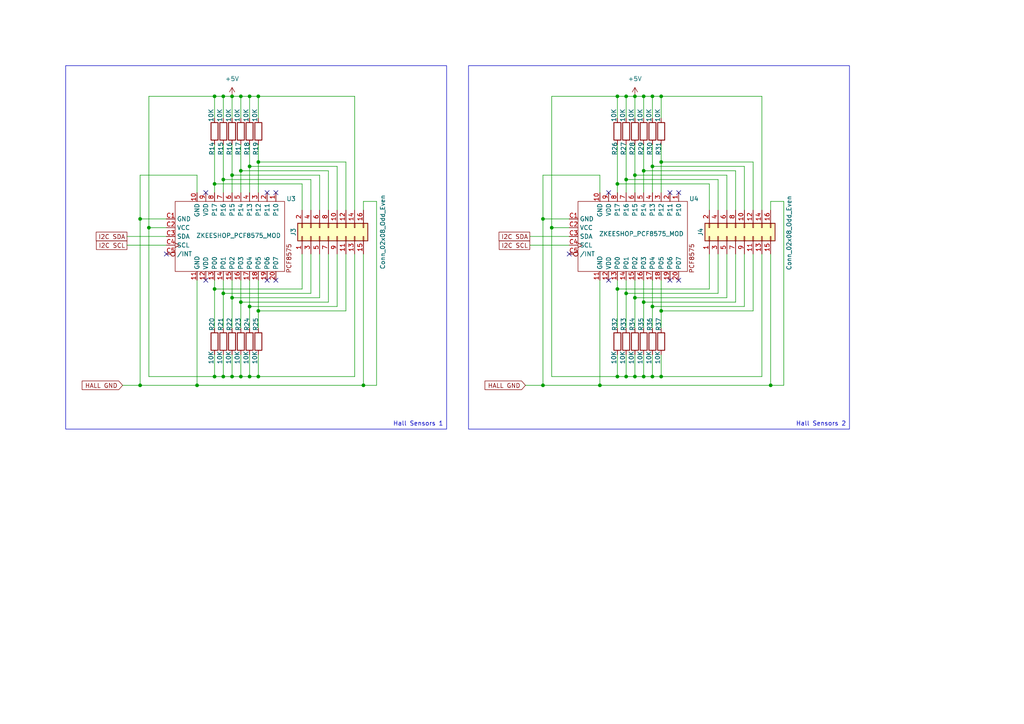
<source format=kicad_sch>
(kicad_sch
	(version 20231120)
	(generator "eeschema")
	(generator_version "8.0")
	(uuid "02e026ff-1c11-48ae-bf53-4d4610820790")
	(paper "A4")
	(title_block
		(title "Calendar House")
		(date "2024-11-22")
		(rev "A2.3")
		(company "Tehoor Marjan")
	)
	(lib_symbols
		(symbol "Connector_Generic:Conn_02x08_Odd_Even"
			(pin_names
				(offset 1.016) hide)
			(exclude_from_sim no)
			(in_bom yes)
			(on_board yes)
			(property "Reference" "J"
				(at 1.27 10.16 0)
				(effects
					(font
						(size 1.27 1.27)
					)
				)
			)
			(property "Value" "Conn_02x08_Odd_Even"
				(at 1.27 -12.7 0)
				(effects
					(font
						(size 1.27 1.27)
					)
				)
			)
			(property "Footprint" ""
				(at 0 0 0)
				(effects
					(font
						(size 1.27 1.27)
					)
					(hide yes)
				)
			)
			(property "Datasheet" "~"
				(at 0 0 0)
				(effects
					(font
						(size 1.27 1.27)
					)
					(hide yes)
				)
			)
			(property "Description" "Generic connector, double row, 02x08, odd/even pin numbering scheme (row 1 odd numbers, row 2 even numbers), script generated (kicad-library-utils/schlib/autogen/connector/)"
				(at 0 0 0)
				(effects
					(font
						(size 1.27 1.27)
					)
					(hide yes)
				)
			)
			(property "ki_keywords" "connector"
				(at 0 0 0)
				(effects
					(font
						(size 1.27 1.27)
					)
					(hide yes)
				)
			)
			(property "ki_fp_filters" "Connector*:*_2x??_*"
				(at 0 0 0)
				(effects
					(font
						(size 1.27 1.27)
					)
					(hide yes)
				)
			)
			(symbol "Conn_02x08_Odd_Even_1_1"
				(rectangle
					(start -1.27 -10.033)
					(end 0 -10.287)
					(stroke
						(width 0.1524)
						(type default)
					)
					(fill
						(type none)
					)
				)
				(rectangle
					(start -1.27 -7.493)
					(end 0 -7.747)
					(stroke
						(width 0.1524)
						(type default)
					)
					(fill
						(type none)
					)
				)
				(rectangle
					(start -1.27 -4.953)
					(end 0 -5.207)
					(stroke
						(width 0.1524)
						(type default)
					)
					(fill
						(type none)
					)
				)
				(rectangle
					(start -1.27 -2.413)
					(end 0 -2.667)
					(stroke
						(width 0.1524)
						(type default)
					)
					(fill
						(type none)
					)
				)
				(rectangle
					(start -1.27 0.127)
					(end 0 -0.127)
					(stroke
						(width 0.1524)
						(type default)
					)
					(fill
						(type none)
					)
				)
				(rectangle
					(start -1.27 2.667)
					(end 0 2.413)
					(stroke
						(width 0.1524)
						(type default)
					)
					(fill
						(type none)
					)
				)
				(rectangle
					(start -1.27 5.207)
					(end 0 4.953)
					(stroke
						(width 0.1524)
						(type default)
					)
					(fill
						(type none)
					)
				)
				(rectangle
					(start -1.27 7.747)
					(end 0 7.493)
					(stroke
						(width 0.1524)
						(type default)
					)
					(fill
						(type none)
					)
				)
				(rectangle
					(start -1.27 8.89)
					(end 3.81 -11.43)
					(stroke
						(width 0.254)
						(type default)
					)
					(fill
						(type background)
					)
				)
				(rectangle
					(start 3.81 -10.033)
					(end 2.54 -10.287)
					(stroke
						(width 0.1524)
						(type default)
					)
					(fill
						(type none)
					)
				)
				(rectangle
					(start 3.81 -7.493)
					(end 2.54 -7.747)
					(stroke
						(width 0.1524)
						(type default)
					)
					(fill
						(type none)
					)
				)
				(rectangle
					(start 3.81 -4.953)
					(end 2.54 -5.207)
					(stroke
						(width 0.1524)
						(type default)
					)
					(fill
						(type none)
					)
				)
				(rectangle
					(start 3.81 -2.413)
					(end 2.54 -2.667)
					(stroke
						(width 0.1524)
						(type default)
					)
					(fill
						(type none)
					)
				)
				(rectangle
					(start 3.81 0.127)
					(end 2.54 -0.127)
					(stroke
						(width 0.1524)
						(type default)
					)
					(fill
						(type none)
					)
				)
				(rectangle
					(start 3.81 2.667)
					(end 2.54 2.413)
					(stroke
						(width 0.1524)
						(type default)
					)
					(fill
						(type none)
					)
				)
				(rectangle
					(start 3.81 5.207)
					(end 2.54 4.953)
					(stroke
						(width 0.1524)
						(type default)
					)
					(fill
						(type none)
					)
				)
				(rectangle
					(start 3.81 7.747)
					(end 2.54 7.493)
					(stroke
						(width 0.1524)
						(type default)
					)
					(fill
						(type none)
					)
				)
				(pin passive line
					(at -5.08 7.62 0)
					(length 3.81)
					(name "Pin_1"
						(effects
							(font
								(size 1.27 1.27)
							)
						)
					)
					(number "1"
						(effects
							(font
								(size 1.27 1.27)
							)
						)
					)
				)
				(pin passive line
					(at 7.62 -2.54 180)
					(length 3.81)
					(name "Pin_10"
						(effects
							(font
								(size 1.27 1.27)
							)
						)
					)
					(number "10"
						(effects
							(font
								(size 1.27 1.27)
							)
						)
					)
				)
				(pin passive line
					(at -5.08 -5.08 0)
					(length 3.81)
					(name "Pin_11"
						(effects
							(font
								(size 1.27 1.27)
							)
						)
					)
					(number "11"
						(effects
							(font
								(size 1.27 1.27)
							)
						)
					)
				)
				(pin passive line
					(at 7.62 -5.08 180)
					(length 3.81)
					(name "Pin_12"
						(effects
							(font
								(size 1.27 1.27)
							)
						)
					)
					(number "12"
						(effects
							(font
								(size 1.27 1.27)
							)
						)
					)
				)
				(pin passive line
					(at -5.08 -7.62 0)
					(length 3.81)
					(name "Pin_13"
						(effects
							(font
								(size 1.27 1.27)
							)
						)
					)
					(number "13"
						(effects
							(font
								(size 1.27 1.27)
							)
						)
					)
				)
				(pin passive line
					(at 7.62 -7.62 180)
					(length 3.81)
					(name "Pin_14"
						(effects
							(font
								(size 1.27 1.27)
							)
						)
					)
					(number "14"
						(effects
							(font
								(size 1.27 1.27)
							)
						)
					)
				)
				(pin passive line
					(at -5.08 -10.16 0)
					(length 3.81)
					(name "Pin_15"
						(effects
							(font
								(size 1.27 1.27)
							)
						)
					)
					(number "15"
						(effects
							(font
								(size 1.27 1.27)
							)
						)
					)
				)
				(pin passive line
					(at 7.62 -10.16 180)
					(length 3.81)
					(name "Pin_16"
						(effects
							(font
								(size 1.27 1.27)
							)
						)
					)
					(number "16"
						(effects
							(font
								(size 1.27 1.27)
							)
						)
					)
				)
				(pin passive line
					(at 7.62 7.62 180)
					(length 3.81)
					(name "Pin_2"
						(effects
							(font
								(size 1.27 1.27)
							)
						)
					)
					(number "2"
						(effects
							(font
								(size 1.27 1.27)
							)
						)
					)
				)
				(pin passive line
					(at -5.08 5.08 0)
					(length 3.81)
					(name "Pin_3"
						(effects
							(font
								(size 1.27 1.27)
							)
						)
					)
					(number "3"
						(effects
							(font
								(size 1.27 1.27)
							)
						)
					)
				)
				(pin passive line
					(at 7.62 5.08 180)
					(length 3.81)
					(name "Pin_4"
						(effects
							(font
								(size 1.27 1.27)
							)
						)
					)
					(number "4"
						(effects
							(font
								(size 1.27 1.27)
							)
						)
					)
				)
				(pin passive line
					(at -5.08 2.54 0)
					(length 3.81)
					(name "Pin_5"
						(effects
							(font
								(size 1.27 1.27)
							)
						)
					)
					(number "5"
						(effects
							(font
								(size 1.27 1.27)
							)
						)
					)
				)
				(pin passive line
					(at 7.62 2.54 180)
					(length 3.81)
					(name "Pin_6"
						(effects
							(font
								(size 1.27 1.27)
							)
						)
					)
					(number "6"
						(effects
							(font
								(size 1.27 1.27)
							)
						)
					)
				)
				(pin passive line
					(at -5.08 0 0)
					(length 3.81)
					(name "Pin_7"
						(effects
							(font
								(size 1.27 1.27)
							)
						)
					)
					(number "7"
						(effects
							(font
								(size 1.27 1.27)
							)
						)
					)
				)
				(pin passive line
					(at 7.62 0 180)
					(length 3.81)
					(name "Pin_8"
						(effects
							(font
								(size 1.27 1.27)
							)
						)
					)
					(number "8"
						(effects
							(font
								(size 1.27 1.27)
							)
						)
					)
				)
				(pin passive line
					(at -5.08 -2.54 0)
					(length 3.81)
					(name "Pin_9"
						(effects
							(font
								(size 1.27 1.27)
							)
						)
					)
					(number "9"
						(effects
							(font
								(size 1.27 1.27)
							)
						)
					)
				)
			)
		)
		(symbol "Device:R"
			(pin_numbers hide)
			(pin_names
				(offset 0)
			)
			(exclude_from_sim no)
			(in_bom yes)
			(on_board yes)
			(property "Reference" "R"
				(at 2.032 0 90)
				(effects
					(font
						(size 1.27 1.27)
					)
				)
			)
			(property "Value" "R"
				(at 0 0 90)
				(effects
					(font
						(size 1.27 1.27)
					)
				)
			)
			(property "Footprint" ""
				(at -1.778 0 90)
				(effects
					(font
						(size 1.27 1.27)
					)
					(hide yes)
				)
			)
			(property "Datasheet" "~"
				(at 0 0 0)
				(effects
					(font
						(size 1.27 1.27)
					)
					(hide yes)
				)
			)
			(property "Description" "Resistor"
				(at 0 0 0)
				(effects
					(font
						(size 1.27 1.27)
					)
					(hide yes)
				)
			)
			(property "ki_keywords" "R res resistor"
				(at 0 0 0)
				(effects
					(font
						(size 1.27 1.27)
					)
					(hide yes)
				)
			)
			(property "ki_fp_filters" "R_*"
				(at 0 0 0)
				(effects
					(font
						(size 1.27 1.27)
					)
					(hide yes)
				)
			)
			(symbol "R_0_1"
				(rectangle
					(start -1.016 -2.54)
					(end 1.016 2.54)
					(stroke
						(width 0.254)
						(type default)
					)
					(fill
						(type none)
					)
				)
			)
			(symbol "R_1_1"
				(pin passive line
					(at 0 3.81 270)
					(length 1.27)
					(name "~"
						(effects
							(font
								(size 1.27 1.27)
							)
						)
					)
					(number "1"
						(effects
							(font
								(size 1.27 1.27)
							)
						)
					)
				)
				(pin passive line
					(at 0 -3.81 90)
					(length 1.27)
					(name "~"
						(effects
							(font
								(size 1.27 1.27)
							)
						)
					)
					(number "2"
						(effects
							(font
								(size 1.27 1.27)
							)
						)
					)
				)
			)
		)
		(symbol "OpenSmart:Open-Smart PCF8575 IO Expander Module - 16 Extra IO pins"
			(exclude_from_sim no)
			(in_bom yes)
			(on_board yes)
			(property "Reference" "U"
				(at -8.89 0 0)
				(effects
					(font
						(size 1.27 1.27)
					)
				)
			)
			(property "Value" ""
				(at 0 0 0)
				(effects
					(font
						(size 1.27 1.27)
					)
				)
			)
			(property "Footprint" "PCM_expansion-modules:16-bit IO Expander"
				(at 0 0 0)
				(effects
					(font
						(size 1.27 1.27)
					)
					(hide yes)
				)
			)
			(property "Datasheet" "https://www.tinytronics.nl/shop/index.php?route=product/product/get_file&file=3903/pcf8575.pdf"
				(at 0 0 0)
				(effects
					(font
						(size 1.27 1.27)
					)
					(hide yes)
				)
			)
			(property "Description" "16 I/O Digital expander via i2c"
				(at 0 0 0)
				(effects
					(font
						(size 1.27 1.27)
					)
					(hide yes)
				)
			)
			(property "ki_keywords" "i2c expander "
				(at 0 0 0)
				(effects
					(font
						(size 1.27 1.27)
					)
					(hide yes)
				)
			)
			(symbol "Open-Smart PCF8575 IO Expander Module - 16 Extra IO pins_0_1"
				(rectangle
					(start -10.16 -1.27)
					(end 10.16 -33.02)
					(stroke
						(width 0)
						(type default)
					)
					(fill
						(type none)
					)
				)
			)
			(symbol "Open-Smart PCF8575 IO Expander Module - 16 Extra IO pins_1_1"
				(text "PCF8575"
					(at 6.35 0 0)
					(effects
						(font
							(size 1.27 1.27)
						)
					)
				)
				(pin bidirectional line
					(at -12.7 -3.81 0)
					(length 2.54)
					(name "P10"
						(effects
							(font
								(size 1.27 1.27)
							)
						)
					)
					(number "1"
						(effects
							(font
								(size 1.27 1.27)
							)
						)
					)
				)
				(pin power_in line
					(at -12.7 -26.67 0)
					(length 2.54)
					(name "GND"
						(effects
							(font
								(size 1.27 1.27)
							)
						)
					)
					(number "10"
						(effects
							(font
								(size 1.27 1.27)
							)
						)
					)
				)
				(pin power_in line
					(at 12.7 -26.67 180)
					(length 2.54)
					(name "GND"
						(effects
							(font
								(size 1.27 1.27)
							)
						)
					)
					(number "11"
						(effects
							(font
								(size 1.27 1.27)
							)
						)
					)
				)
				(pin power_in line
					(at 12.7 -24.13 180)
					(length 2.54)
					(name "VDD"
						(effects
							(font
								(size 1.27 1.27)
							)
						)
					)
					(number "12"
						(effects
							(font
								(size 1.27 1.27)
							)
						)
					)
				)
				(pin bidirectional line
					(at 12.7 -21.59 180)
					(length 2.54)
					(name "P00"
						(effects
							(font
								(size 1.27 1.27)
							)
						)
					)
					(number "13"
						(effects
							(font
								(size 1.27 1.27)
							)
						)
					)
				)
				(pin bidirectional line
					(at 12.7 -19.05 180)
					(length 2.54)
					(name "P01"
						(effects
							(font
								(size 1.27 1.27)
							)
						)
					)
					(number "14"
						(effects
							(font
								(size 1.27 1.27)
							)
						)
					)
				)
				(pin bidirectional line
					(at 12.7 -16.51 180)
					(length 2.54)
					(name "P02"
						(effects
							(font
								(size 1.27 1.27)
							)
						)
					)
					(number "15"
						(effects
							(font
								(size 1.27 1.27)
							)
						)
					)
				)
				(pin bidirectional line
					(at 12.7 -13.97 180)
					(length 2.54)
					(name "P03"
						(effects
							(font
								(size 1.27 1.27)
							)
						)
					)
					(number "16"
						(effects
							(font
								(size 1.27 1.27)
							)
						)
					)
				)
				(pin bidirectional line
					(at 12.7 -11.43 180)
					(length 2.54)
					(name "P04"
						(effects
							(font
								(size 1.27 1.27)
							)
						)
					)
					(number "17"
						(effects
							(font
								(size 1.27 1.27)
							)
						)
					)
				)
				(pin bidirectional line
					(at 12.7 -8.89 180)
					(length 2.54)
					(name "P05"
						(effects
							(font
								(size 1.27 1.27)
							)
						)
					)
					(number "18"
						(effects
							(font
								(size 1.27 1.27)
							)
						)
					)
				)
				(pin bidirectional line
					(at 12.7 -6.35 180)
					(length 2.54)
					(name "P06"
						(effects
							(font
								(size 1.27 1.27)
							)
						)
					)
					(number "19"
						(effects
							(font
								(size 1.27 1.27)
							)
						)
					)
				)
				(pin bidirectional line
					(at -12.7 -6.35 0)
					(length 2.54)
					(name "P11"
						(effects
							(font
								(size 1.27 1.27)
							)
						)
					)
					(number "2"
						(effects
							(font
								(size 1.27 1.27)
							)
						)
					)
				)
				(pin bidirectional line
					(at 12.7 -3.81 180)
					(length 2.54)
					(name "P07"
						(effects
							(font
								(size 1.27 1.27)
							)
						)
					)
					(number "20"
						(effects
							(font
								(size 1.27 1.27)
							)
						)
					)
				)
				(pin bidirectional line
					(at -12.7 -8.89 0)
					(length 2.54)
					(name "P12"
						(effects
							(font
								(size 1.27 1.27)
							)
						)
					)
					(number "3"
						(effects
							(font
								(size 1.27 1.27)
							)
						)
					)
				)
				(pin bidirectional line
					(at -12.7 -11.43 0)
					(length 2.54)
					(name "P13"
						(effects
							(font
								(size 1.27 1.27)
							)
						)
					)
					(number "4"
						(effects
							(font
								(size 1.27 1.27)
							)
						)
					)
				)
				(pin bidirectional line
					(at -12.7 -13.97 0)
					(length 2.54)
					(name "P14"
						(effects
							(font
								(size 1.27 1.27)
							)
						)
					)
					(number "5"
						(effects
							(font
								(size 1.27 1.27)
							)
						)
					)
				)
				(pin bidirectional line
					(at -12.7 -16.51 0)
					(length 2.54)
					(name "P15"
						(effects
							(font
								(size 1.27 1.27)
							)
						)
					)
					(number "6"
						(effects
							(font
								(size 1.27 1.27)
							)
						)
					)
				)
				(pin bidirectional line
					(at -12.7 -19.05 0)
					(length 2.54)
					(name "P16"
						(effects
							(font
								(size 1.27 1.27)
							)
						)
					)
					(number "7"
						(effects
							(font
								(size 1.27 1.27)
							)
						)
					)
				)
				(pin bidirectional line
					(at -12.7 -21.59 0)
					(length 2.54)
					(name "P17"
						(effects
							(font
								(size 1.27 1.27)
							)
						)
					)
					(number "8"
						(effects
							(font
								(size 1.27 1.27)
							)
						)
					)
				)
				(pin power_in line
					(at -12.7 -24.13 0)
					(length 2.54)
					(name "VDD"
						(effects
							(font
								(size 1.27 1.27)
							)
						)
					)
					(number "9"
						(effects
							(font
								(size 1.27 1.27)
							)
						)
					)
				)
				(pin power_in line
					(at -5.08 -35.56 90)
					(length 2.54)
					(name "GND"
						(effects
							(font
								(size 1.27 1.27)
							)
						)
					)
					(number "C1"
						(effects
							(font
								(size 1.27 1.27)
							)
						)
					)
				)
				(pin power_in line
					(at -2.54 -35.56 90)
					(length 2.54)
					(name "VCC"
						(effects
							(font
								(size 1.27 1.27)
							)
						)
					)
					(number "C2"
						(effects
							(font
								(size 1.27 1.27)
							)
						)
					)
				)
				(pin bidirectional line
					(at 0 -35.56 90)
					(length 2.54)
					(name "SDA"
						(effects
							(font
								(size 1.27 1.27)
							)
						)
					)
					(number "C3"
						(effects
							(font
								(size 1.27 1.27)
							)
						)
					)
				)
				(pin input clock
					(at 2.54 -35.56 90)
					(length 2.54)
					(name "SCL"
						(effects
							(font
								(size 1.27 1.27)
							)
						)
					)
					(number "C4"
						(effects
							(font
								(size 1.27 1.27)
							)
						)
					)
				)
				(pin input inverted
					(at 5.08 -35.56 90)
					(length 2.54)
					(name "/INT"
						(effects
							(font
								(size 1.27 1.27)
							)
						)
					)
					(number "C5"
						(effects
							(font
								(size 1.27 1.27)
							)
						)
					)
				)
			)
		)
		(symbol "power:+5V"
			(power)
			(pin_numbers hide)
			(pin_names
				(offset 0) hide)
			(exclude_from_sim no)
			(in_bom yes)
			(on_board yes)
			(property "Reference" "#PWR"
				(at 0 -3.81 0)
				(effects
					(font
						(size 1.27 1.27)
					)
					(hide yes)
				)
			)
			(property "Value" "+5V"
				(at 0 3.556 0)
				(effects
					(font
						(size 1.27 1.27)
					)
				)
			)
			(property "Footprint" ""
				(at 0 0 0)
				(effects
					(font
						(size 1.27 1.27)
					)
					(hide yes)
				)
			)
			(property "Datasheet" ""
				(at 0 0 0)
				(effects
					(font
						(size 1.27 1.27)
					)
					(hide yes)
				)
			)
			(property "Description" "Power symbol creates a global label with name \"+5V\""
				(at 0 0 0)
				(effects
					(font
						(size 1.27 1.27)
					)
					(hide yes)
				)
			)
			(property "ki_keywords" "global power"
				(at 0 0 0)
				(effects
					(font
						(size 1.27 1.27)
					)
					(hide yes)
				)
			)
			(symbol "+5V_0_1"
				(polyline
					(pts
						(xy -0.762 1.27) (xy 0 2.54)
					)
					(stroke
						(width 0)
						(type default)
					)
					(fill
						(type none)
					)
				)
				(polyline
					(pts
						(xy 0 0) (xy 0 2.54)
					)
					(stroke
						(width 0)
						(type default)
					)
					(fill
						(type none)
					)
				)
				(polyline
					(pts
						(xy 0 2.54) (xy 0.762 1.27)
					)
					(stroke
						(width 0)
						(type default)
					)
					(fill
						(type none)
					)
				)
			)
			(symbol "+5V_1_1"
				(pin power_in line
					(at 0 0 90)
					(length 0)
					(name "~"
						(effects
							(font
								(size 1.27 1.27)
							)
						)
					)
					(number "1"
						(effects
							(font
								(size 1.27 1.27)
							)
						)
					)
				)
			)
		)
	)
	(junction
		(at 184.15 27.94)
		(diameter 0)
		(color 0 0 0 0)
		(uuid "07c10bf4-9567-401f-978b-3bde92ed242d")
	)
	(junction
		(at 157.48 63.5)
		(diameter 0)
		(color 0 0 0 0)
		(uuid "0af05385-3801-4fd7-9f10-f14545feb5ed")
	)
	(junction
		(at 179.07 109.22)
		(diameter 0)
		(color 0 0 0 0)
		(uuid "0c78aae5-49b3-4b33-a8e7-ebbc15764eaf")
	)
	(junction
		(at 64.77 109.22)
		(diameter 0)
		(color 0 0 0 0)
		(uuid "0d8c2187-9d85-4bbe-99df-2b21337690c4")
	)
	(junction
		(at 191.77 27.94)
		(diameter 0)
		(color 0 0 0 0)
		(uuid "0e49ba48-69e5-44ea-8557-34ad5340c84f")
	)
	(junction
		(at 67.31 27.94)
		(diameter 0)
		(color 0 0 0 0)
		(uuid "161ef835-0365-4250-83f2-64f4e0195fbe")
	)
	(junction
		(at 72.39 109.22)
		(diameter 0)
		(color 0 0 0 0)
		(uuid "19862d44-8dd1-4b9d-ab2b-fe905faff01f")
	)
	(junction
		(at 43.18 66.04)
		(diameter 0)
		(color 0 0 0 0)
		(uuid "1d160b8d-17b6-4499-83b0-a5985b855997")
	)
	(junction
		(at 62.23 53.34)
		(diameter 0)
		(color 0 0 0 0)
		(uuid "22a0f179-389e-475a-baa7-f5df86901569")
	)
	(junction
		(at 173.99 111.76)
		(diameter 0)
		(color 0 0 0 0)
		(uuid "29dfc836-c440-4c39-8226-02713a4b7ac5")
	)
	(junction
		(at 189.23 109.22)
		(diameter 0)
		(color 0 0 0 0)
		(uuid "2d18217b-da8a-4ec0-98c9-4df251cc4912")
	)
	(junction
		(at 72.39 27.94)
		(diameter 0)
		(color 0 0 0 0)
		(uuid "2e78c11a-41f7-4181-a07f-0c13e57eff01")
	)
	(junction
		(at 189.23 88.9)
		(diameter 0)
		(color 0 0 0 0)
		(uuid "2eb9364e-e1ea-452b-89bb-25b7280f0fe4")
	)
	(junction
		(at 181.61 85.09)
		(diameter 0)
		(color 0 0 0 0)
		(uuid "46c23e20-8644-497a-8898-57e2fccd15ba")
	)
	(junction
		(at 62.23 83.82)
		(diameter 0)
		(color 0 0 0 0)
		(uuid "4887be21-fa15-4b8b-a80b-a11f4b400354")
	)
	(junction
		(at 69.85 27.94)
		(diameter 0)
		(color 0 0 0 0)
		(uuid "525cb075-8971-40b3-9888-06629e2258c6")
	)
	(junction
		(at 223.52 111.76)
		(diameter 0)
		(color 0 0 0 0)
		(uuid "566fdd8c-6cdc-4df6-a582-5a8ebc9eb9d0")
	)
	(junction
		(at 189.23 48.26)
		(diameter 0)
		(color 0 0 0 0)
		(uuid "59e7f185-5cbd-4681-82e0-ba3b961bbc66")
	)
	(junction
		(at 74.93 46.99)
		(diameter 0)
		(color 0 0 0 0)
		(uuid "60523545-8450-46d6-a275-8507a4ea786d")
	)
	(junction
		(at 189.23 27.94)
		(diameter 0)
		(color 0 0 0 0)
		(uuid "628ccc5e-d701-4117-9eb7-57a535832e0f")
	)
	(junction
		(at 67.31 86.36)
		(diameter 0)
		(color 0 0 0 0)
		(uuid "638adbc2-77ef-41a6-a1f5-50b876a6e415")
	)
	(junction
		(at 64.77 85.09)
		(diameter 0)
		(color 0 0 0 0)
		(uuid "63ea9d3c-a5d9-423a-ad2b-6bb8af6c475b")
	)
	(junction
		(at 69.85 49.53)
		(diameter 0)
		(color 0 0 0 0)
		(uuid "6819ff9b-f15c-445c-9bf8-4e6abadbdf10")
	)
	(junction
		(at 40.64 111.76)
		(diameter 0)
		(color 0 0 0 0)
		(uuid "6b4a902e-83ec-4d40-892e-32f242038c3e")
	)
	(junction
		(at 72.39 88.9)
		(diameter 0)
		(color 0 0 0 0)
		(uuid "6bf1d5f3-c1c0-4930-937b-5b282c25b56a")
	)
	(junction
		(at 62.23 109.22)
		(diameter 0)
		(color 0 0 0 0)
		(uuid "6ec55050-939a-4d36-b0aa-a6952e67e157")
	)
	(junction
		(at 191.77 90.17)
		(diameter 0)
		(color 0 0 0 0)
		(uuid "767a9d63-6f8a-488a-a3d8-6d7aec41fdcf")
	)
	(junction
		(at 67.31 50.8)
		(diameter 0)
		(color 0 0 0 0)
		(uuid "7bc7de17-af5a-49b0-a088-30061132be01")
	)
	(junction
		(at 72.39 48.26)
		(diameter 0)
		(color 0 0 0 0)
		(uuid "7cf7c425-d6e8-40cd-992d-32ddfd72801c")
	)
	(junction
		(at 186.69 27.94)
		(diameter 0)
		(color 0 0 0 0)
		(uuid "84d6f126-673c-4e68-9043-7173b01cb254")
	)
	(junction
		(at 179.07 27.94)
		(diameter 0)
		(color 0 0 0 0)
		(uuid "87de8bae-b097-4be2-ae57-299e2d5c4513")
	)
	(junction
		(at 69.85 87.63)
		(diameter 0)
		(color 0 0 0 0)
		(uuid "885df605-83ab-41f5-bdf6-8478a91e9514")
	)
	(junction
		(at 186.69 87.63)
		(diameter 0)
		(color 0 0 0 0)
		(uuid "8c434a75-b473-497a-b0d4-bb1e41ccd87a")
	)
	(junction
		(at 179.07 83.82)
		(diameter 0)
		(color 0 0 0 0)
		(uuid "8e7c2cb7-f878-4d6a-a2a3-4fa430f1e16f")
	)
	(junction
		(at 186.69 49.53)
		(diameter 0)
		(color 0 0 0 0)
		(uuid "90e1a528-4f76-4aea-9e64-ecffb5a26ad4")
	)
	(junction
		(at 74.93 109.22)
		(diameter 0)
		(color 0 0 0 0)
		(uuid "9cd4f9e4-8e35-4447-931c-5ec8e396b023")
	)
	(junction
		(at 160.02 66.04)
		(diameter 0)
		(color 0 0 0 0)
		(uuid "9d7f2742-7dec-434a-90b0-710fe8d11a2f")
	)
	(junction
		(at 62.23 27.94)
		(diameter 0)
		(color 0 0 0 0)
		(uuid "9ef5cf20-9dda-493d-84e4-b4523f9b0dbf")
	)
	(junction
		(at 74.93 90.17)
		(diameter 0)
		(color 0 0 0 0)
		(uuid "a3ae96f4-8189-4df4-9868-38a48555b1d4")
	)
	(junction
		(at 184.15 50.8)
		(diameter 0)
		(color 0 0 0 0)
		(uuid "a6daf6a3-7c9a-42e3-a537-6f40321520b8")
	)
	(junction
		(at 184.15 109.22)
		(diameter 0)
		(color 0 0 0 0)
		(uuid "b6e8af27-8880-4fd9-9398-2f18ab3006ce")
	)
	(junction
		(at 67.31 109.22)
		(diameter 0)
		(color 0 0 0 0)
		(uuid "b7e30fcc-120a-4129-915a-300caf59d0a6")
	)
	(junction
		(at 57.15 111.76)
		(diameter 0)
		(color 0 0 0 0)
		(uuid "bad02521-c896-44fa-ae13-b449bd04862a")
	)
	(junction
		(at 105.41 111.76)
		(diameter 0)
		(color 0 0 0 0)
		(uuid "bbf2d2a6-499b-4d49-8cb5-48c9f893a257")
	)
	(junction
		(at 157.48 111.76)
		(diameter 0)
		(color 0 0 0 0)
		(uuid "bd5c0e4e-92d6-4125-89d0-eda7442d0e2c")
	)
	(junction
		(at 181.61 27.94)
		(diameter 0)
		(color 0 0 0 0)
		(uuid "c24c709d-913d-4fcf-8355-3981142fc5f8")
	)
	(junction
		(at 181.61 109.22)
		(diameter 0)
		(color 0 0 0 0)
		(uuid "c51d9d5a-0823-4d5f-b6e7-bc2427b90db2")
	)
	(junction
		(at 64.77 27.94)
		(diameter 0)
		(color 0 0 0 0)
		(uuid "cd8a0d78-516c-40e7-b394-24015fa40250")
	)
	(junction
		(at 191.77 109.22)
		(diameter 0)
		(color 0 0 0 0)
		(uuid "d369f170-7011-47ec-be4b-46389ef60ca9")
	)
	(junction
		(at 69.85 109.22)
		(diameter 0)
		(color 0 0 0 0)
		(uuid "dd263b2e-40eb-4590-b567-ed90bf77a129")
	)
	(junction
		(at 74.93 27.94)
		(diameter 0)
		(color 0 0 0 0)
		(uuid "ee363786-d152-4b4b-a953-521cfa1c4468")
	)
	(junction
		(at 184.15 86.36)
		(diameter 0)
		(color 0 0 0 0)
		(uuid "eef1f29f-c1d4-486b-b6c6-0c281ce1542a")
	)
	(junction
		(at 64.77 52.07)
		(diameter 0)
		(color 0 0 0 0)
		(uuid "f1cc1236-686e-4630-bb2e-7fe707b173a6")
	)
	(junction
		(at 191.77 46.99)
		(diameter 0)
		(color 0 0 0 0)
		(uuid "f4ee8639-95c1-4452-b788-a31309ac18a1")
	)
	(junction
		(at 186.69 109.22)
		(diameter 0)
		(color 0 0 0 0)
		(uuid "f69458f4-28cf-4e46-ba77-3f5a230264be")
	)
	(junction
		(at 40.64 63.5)
		(diameter 0)
		(color 0 0 0 0)
		(uuid "f9509cfc-046f-4cfe-8d4b-a131efdb3258")
	)
	(junction
		(at 181.61 52.07)
		(diameter 0)
		(color 0 0 0 0)
		(uuid "fe275f3d-a8e5-423a-a6fe-3f2d325cecd8")
	)
	(junction
		(at 179.07 53.34)
		(diameter 0)
		(color 0 0 0 0)
		(uuid "fff8fa76-bfce-4403-833b-67caf725228c")
	)
	(no_connect
		(at 80.01 55.88)
		(uuid "08413318-b260-49aa-9fb2-f40926653daf")
	)
	(no_connect
		(at 59.69 81.28)
		(uuid "20d2f178-6442-42cc-9fe1-1afa36254fa9")
	)
	(no_connect
		(at 77.47 55.88)
		(uuid "24572ca1-b609-4eac-9fe7-f4100ac4e914")
	)
	(no_connect
		(at 80.01 81.28)
		(uuid "5b60330b-89fa-4fb1-b7c0-d1515be03b6f")
	)
	(no_connect
		(at 196.85 55.88)
		(uuid "82a82555-9def-4923-808b-f1d0afc93bc7")
	)
	(no_connect
		(at 176.53 81.28)
		(uuid "975360db-2534-481b-aba8-5b9216310eb3")
	)
	(no_connect
		(at 59.69 55.88)
		(uuid "9e7d24a1-7dd2-4671-b65f-d9e0be9b6a67")
	)
	(no_connect
		(at 77.47 81.28)
		(uuid "a2d23cc5-c648-4255-83d6-54ee924701f5")
	)
	(no_connect
		(at 48.26 73.66)
		(uuid "b26e1042-15ce-447f-aa7f-1fb38d7b0cd3")
	)
	(no_connect
		(at 194.31 55.88)
		(uuid "b8b8dbf7-7d01-4db3-a573-a00ea3dba2b0")
	)
	(no_connect
		(at 196.85 81.28)
		(uuid "cad6b97f-53d8-4e6f-89cb-f5cec96ca60a")
	)
	(no_connect
		(at 176.53 55.88)
		(uuid "e163493f-cbea-482f-9956-f1bb4bc9a12d")
	)
	(no_connect
		(at 194.31 81.28)
		(uuid "e56e9f2a-1161-4092-aa06-c80a65c48fd9")
	)
	(no_connect
		(at 165.1 73.66)
		(uuid "e640dbdd-3613-4761-acdf-d62c00c599fc")
	)
	(wire
		(pts
			(xy 208.28 73.66) (xy 208.28 85.09)
		)
		(stroke
			(width 0)
			(type default)
		)
		(uuid "00a95260-86bb-4d00-9afb-40d1bdd57c69")
	)
	(wire
		(pts
			(xy 181.61 102.87) (xy 181.61 109.22)
		)
		(stroke
			(width 0)
			(type default)
		)
		(uuid "01ad0559-a1cd-4efe-8f05-e2615ea4850e")
	)
	(wire
		(pts
			(xy 215.9 48.26) (xy 215.9 60.96)
		)
		(stroke
			(width 0)
			(type default)
		)
		(uuid "029faedd-e377-44a2-b0de-bbedb457fbea")
	)
	(wire
		(pts
			(xy 95.25 49.53) (xy 95.25 60.96)
		)
		(stroke
			(width 0)
			(type default)
		)
		(uuid "030f9b1e-da6d-4e57-ae75-549e867a025a")
	)
	(wire
		(pts
			(xy 184.15 86.36) (xy 184.15 95.25)
		)
		(stroke
			(width 0)
			(type default)
		)
		(uuid "04153926-4520-4b82-97c7-46bf0424781f")
	)
	(wire
		(pts
			(xy 191.77 81.28) (xy 191.77 90.17)
		)
		(stroke
			(width 0)
			(type default)
		)
		(uuid "04379d59-2126-4960-bc8e-b29c452940f7")
	)
	(wire
		(pts
			(xy 213.36 87.63) (xy 186.69 87.63)
		)
		(stroke
			(width 0)
			(type default)
		)
		(uuid "05e8179c-3c29-4318-9255-b7eec514c4cb")
	)
	(wire
		(pts
			(xy 64.77 34.29) (xy 64.77 27.94)
		)
		(stroke
			(width 0)
			(type default)
		)
		(uuid "0695723c-ad4b-4c16-804b-5f00f5101f66")
	)
	(wire
		(pts
			(xy 72.39 88.9) (xy 72.39 95.25)
		)
		(stroke
			(width 0)
			(type default)
		)
		(uuid "08d208d3-d535-4b84-ae70-4ded62f18da6")
	)
	(wire
		(pts
			(xy 72.39 48.26) (xy 72.39 41.91)
		)
		(stroke
			(width 0)
			(type default)
		)
		(uuid "09a59d9b-e61f-4ff8-86d4-8175ee87bb9e")
	)
	(wire
		(pts
			(xy 189.23 48.26) (xy 189.23 41.91)
		)
		(stroke
			(width 0)
			(type default)
		)
		(uuid "0a804069-8978-4bc5-b4a4-0c79b5d3f6db")
	)
	(wire
		(pts
			(xy 105.41 58.42) (xy 105.41 60.96)
		)
		(stroke
			(width 0)
			(type default)
		)
		(uuid "0d05899a-afb8-49bd-b9c5-79611be0cf6b")
	)
	(wire
		(pts
			(xy 92.71 86.36) (xy 67.31 86.36)
		)
		(stroke
			(width 0)
			(type default)
		)
		(uuid "0e451af7-8618-4eec-950f-998be3e51478")
	)
	(wire
		(pts
			(xy 223.52 58.42) (xy 223.52 60.96)
		)
		(stroke
			(width 0)
			(type default)
		)
		(uuid "0eb05fe0-f7c3-4bc7-b60a-e0d3969caf04")
	)
	(wire
		(pts
			(xy 191.77 27.94) (xy 220.98 27.94)
		)
		(stroke
			(width 0)
			(type default)
		)
		(uuid "0ef37371-5120-4467-a971-fa52c9c01b93")
	)
	(wire
		(pts
			(xy 186.69 109.22) (xy 184.15 109.22)
		)
		(stroke
			(width 0)
			(type default)
		)
		(uuid "0f0e332f-dde0-481a-9b9b-5a85827a2f2d")
	)
	(wire
		(pts
			(xy 69.85 27.94) (xy 67.31 27.94)
		)
		(stroke
			(width 0)
			(type default)
		)
		(uuid "0f439b0c-adbf-4bf5-98d6-afc23b356684")
	)
	(wire
		(pts
			(xy 95.25 49.53) (xy 69.85 49.53)
		)
		(stroke
			(width 0)
			(type default)
		)
		(uuid "117cd08b-89f7-438a-ac5b-a75684f222e4")
	)
	(wire
		(pts
			(xy 179.07 83.82) (xy 179.07 95.25)
		)
		(stroke
			(width 0)
			(type default)
		)
		(uuid "121ba059-f88b-42c1-ad04-5b0cf483c84e")
	)
	(wire
		(pts
			(xy 74.93 41.91) (xy 74.93 46.99)
		)
		(stroke
			(width 0)
			(type default)
		)
		(uuid "137fa6a4-2a42-4e44-9ad7-00bdf3fe2307")
	)
	(wire
		(pts
			(xy 160.02 66.04) (xy 160.02 27.94)
		)
		(stroke
			(width 0)
			(type default)
		)
		(uuid "15fa1911-6432-4acb-b802-9fb89d8ceb30")
	)
	(wire
		(pts
			(xy 72.39 102.87) (xy 72.39 109.22)
		)
		(stroke
			(width 0)
			(type default)
		)
		(uuid "1a1e126d-f8a1-4bfa-a433-9374d1011f11")
	)
	(wire
		(pts
			(xy 90.17 52.07) (xy 90.17 60.96)
		)
		(stroke
			(width 0)
			(type default)
		)
		(uuid "1a247c5e-795a-4066-a172-013b45fd9019")
	)
	(wire
		(pts
			(xy 210.82 50.8) (xy 210.82 60.96)
		)
		(stroke
			(width 0)
			(type default)
		)
		(uuid "1a278371-6eb4-4932-91ea-a0f0069ee6f4")
	)
	(wire
		(pts
			(xy 100.33 90.17) (xy 74.93 90.17)
		)
		(stroke
			(width 0)
			(type default)
		)
		(uuid "1b730837-278e-4566-8a87-1946e440c919")
	)
	(wire
		(pts
			(xy 191.77 109.22) (xy 220.98 109.22)
		)
		(stroke
			(width 0)
			(type default)
		)
		(uuid "2056a8f7-010f-451b-a168-3f33e9adde4d")
	)
	(wire
		(pts
			(xy 35.56 111.76) (xy 40.64 111.76)
		)
		(stroke
			(width 0)
			(type default)
		)
		(uuid "2153cb7c-efca-42e0-9f73-cd6b17cd49f7")
	)
	(wire
		(pts
			(xy 181.61 27.94) (xy 179.07 27.94)
		)
		(stroke
			(width 0)
			(type default)
		)
		(uuid "22179e0c-c61a-410e-97d2-fd9ef63d2853")
	)
	(wire
		(pts
			(xy 69.85 49.53) (xy 69.85 55.88)
		)
		(stroke
			(width 0)
			(type default)
		)
		(uuid "2330bd57-ac42-4bc5-a1b7-07637b312c38")
	)
	(wire
		(pts
			(xy 69.85 49.53) (xy 69.85 41.91)
		)
		(stroke
			(width 0)
			(type default)
		)
		(uuid "26fdb415-ab6a-4395-8e31-5154778bee2c")
	)
	(wire
		(pts
			(xy 62.23 53.34) (xy 62.23 41.91)
		)
		(stroke
			(width 0)
			(type default)
		)
		(uuid "27285a53-e6de-4efb-b9c0-26f62d148d8d")
	)
	(wire
		(pts
			(xy 186.69 49.53) (xy 186.69 55.88)
		)
		(stroke
			(width 0)
			(type default)
		)
		(uuid "2867f3e1-cd92-498a-97cd-083cf848f734")
	)
	(wire
		(pts
			(xy 186.69 81.28) (xy 186.69 87.63)
		)
		(stroke
			(width 0)
			(type default)
		)
		(uuid "2943d9fa-a8aa-4189-9497-6eeeb8eee2c7")
	)
	(wire
		(pts
			(xy 64.77 81.28) (xy 64.77 85.09)
		)
		(stroke
			(width 0)
			(type default)
		)
		(uuid "2bb69d71-7ec6-4359-8fc2-41d411d10acc")
	)
	(wire
		(pts
			(xy 157.48 111.76) (xy 173.99 111.76)
		)
		(stroke
			(width 0)
			(type default)
		)
		(uuid "2bc2266c-c4c0-4926-8c8b-a5c3bff19d34")
	)
	(wire
		(pts
			(xy 95.25 73.66) (xy 95.25 87.63)
		)
		(stroke
			(width 0)
			(type default)
		)
		(uuid "2cc22916-89b4-4eb5-b58a-e85b18e24244")
	)
	(wire
		(pts
			(xy 189.23 48.26) (xy 189.23 55.88)
		)
		(stroke
			(width 0)
			(type default)
		)
		(uuid "2d569eda-6553-4167-a8fb-2457f180dcd2")
	)
	(wire
		(pts
			(xy 179.07 53.34) (xy 179.07 55.88)
		)
		(stroke
			(width 0)
			(type default)
		)
		(uuid "2dc4546f-54fc-40a6-8b37-242d0c212c61")
	)
	(wire
		(pts
			(xy 67.31 109.22) (xy 64.77 109.22)
		)
		(stroke
			(width 0)
			(type default)
		)
		(uuid "2f372439-e75e-4ce6-a501-8195b3372f4b")
	)
	(wire
		(pts
			(xy 208.28 52.07) (xy 208.28 60.96)
		)
		(stroke
			(width 0)
			(type default)
		)
		(uuid "305714e6-92a7-4744-8b8b-be8cd39348ba")
	)
	(wire
		(pts
			(xy 90.17 85.09) (xy 64.77 85.09)
		)
		(stroke
			(width 0)
			(type default)
		)
		(uuid "310e4687-0d88-467e-a83e-88d876e99edf")
	)
	(wire
		(pts
			(xy 179.07 83.82) (xy 205.74 83.82)
		)
		(stroke
			(width 0)
			(type default)
		)
		(uuid "312236b4-3f1f-4471-9372-7a0570e68320")
	)
	(wire
		(pts
			(xy 69.85 102.87) (xy 69.85 109.22)
		)
		(stroke
			(width 0)
			(type default)
		)
		(uuid "3137133c-4dc7-4ad8-85cb-5c1cd189aacd")
	)
	(wire
		(pts
			(xy 57.15 55.88) (xy 57.15 50.8)
		)
		(stroke
			(width 0)
			(type default)
		)
		(uuid "32a2b7e7-398c-438b-8a2d-f5f01c9ca68b")
	)
	(wire
		(pts
			(xy 67.31 34.29) (xy 67.31 27.94)
		)
		(stroke
			(width 0)
			(type default)
		)
		(uuid "346eed95-c00d-42df-a6d1-3e8e1d53cb45")
	)
	(wire
		(pts
			(xy 191.77 102.87) (xy 191.77 109.22)
		)
		(stroke
			(width 0)
			(type default)
		)
		(uuid "371fbec0-1346-4ebc-a9ff-c0e210e778d2")
	)
	(wire
		(pts
			(xy 210.82 50.8) (xy 184.15 50.8)
		)
		(stroke
			(width 0)
			(type default)
		)
		(uuid "39b40b95-3471-4af1-ada2-bb9e81195ce0")
	)
	(wire
		(pts
			(xy 43.18 27.94) (xy 62.23 27.94)
		)
		(stroke
			(width 0)
			(type default)
		)
		(uuid "3a17fe6d-1ad9-4559-848d-d1d53d8d5a28")
	)
	(wire
		(pts
			(xy 72.39 34.29) (xy 72.39 27.94)
		)
		(stroke
			(width 0)
			(type default)
		)
		(uuid "3b6da518-23d1-4db2-affa-965c4b4008b9")
	)
	(wire
		(pts
			(xy 40.64 63.5) (xy 48.26 63.5)
		)
		(stroke
			(width 0)
			(type default)
		)
		(uuid "3d243157-2d40-4377-92a5-988f09df285b")
	)
	(wire
		(pts
			(xy 218.44 73.66) (xy 218.44 90.17)
		)
		(stroke
			(width 0)
			(type default)
		)
		(uuid "3d956cc4-ab85-41de-81bd-464abfcc7049")
	)
	(wire
		(pts
			(xy 189.23 34.29) (xy 189.23 27.94)
		)
		(stroke
			(width 0)
			(type default)
		)
		(uuid "3dd858ac-2997-4cce-b3fd-6f487db1e6a2")
	)
	(wire
		(pts
			(xy 36.83 68.58) (xy 48.26 68.58)
		)
		(stroke
			(width 0)
			(type default)
		)
		(uuid "3de6149b-faee-4e6d-9672-da4c2b5eabd2")
	)
	(wire
		(pts
			(xy 186.69 27.94) (xy 184.15 27.94)
		)
		(stroke
			(width 0)
			(type default)
		)
		(uuid "41515948-090d-4c4d-b565-2832bb7fbd60")
	)
	(wire
		(pts
			(xy 109.22 58.42) (xy 105.41 58.42)
		)
		(stroke
			(width 0)
			(type default)
		)
		(uuid "42237101-8a11-4227-9ddc-b63717ec7d14")
	)
	(wire
		(pts
			(xy 64.77 27.94) (xy 62.23 27.94)
		)
		(stroke
			(width 0)
			(type default)
		)
		(uuid "428961d8-dffc-45ee-97d9-f0a8926ebdce")
	)
	(wire
		(pts
			(xy 184.15 34.29) (xy 184.15 27.94)
		)
		(stroke
			(width 0)
			(type default)
		)
		(uuid "42940cbb-1a86-4742-8980-50a11f8ac802")
	)
	(wire
		(pts
			(xy 74.93 90.17) (xy 74.93 95.25)
		)
		(stroke
			(width 0)
			(type default)
		)
		(uuid "42f62015-090d-413e-b83b-d790d2fd192b")
	)
	(wire
		(pts
			(xy 67.31 27.94) (xy 64.77 27.94)
		)
		(stroke
			(width 0)
			(type default)
		)
		(uuid "438a8273-05e2-45c3-be7e-2b7b06df10b9")
	)
	(wire
		(pts
			(xy 181.61 52.07) (xy 181.61 55.88)
		)
		(stroke
			(width 0)
			(type default)
		)
		(uuid "43d58e3c-8784-4ffe-b5a4-3262a4de27e8")
	)
	(wire
		(pts
			(xy 160.02 109.22) (xy 160.02 66.04)
		)
		(stroke
			(width 0)
			(type default)
		)
		(uuid "4655dda0-de92-4933-a7a7-31539c38fce7")
	)
	(wire
		(pts
			(xy 97.79 73.66) (xy 97.79 88.9)
		)
		(stroke
			(width 0)
			(type default)
		)
		(uuid "497192c3-13da-49fd-bd92-02280265c7b6")
	)
	(wire
		(pts
			(xy 181.61 85.09) (xy 181.61 95.25)
		)
		(stroke
			(width 0)
			(type default)
		)
		(uuid "4ade70a7-ea58-40b4-8568-2bd8de08f9d1")
	)
	(wire
		(pts
			(xy 67.31 102.87) (xy 67.31 109.22)
		)
		(stroke
			(width 0)
			(type default)
		)
		(uuid "4b06392b-df3a-483f-b1df-a7a3bf2c0521")
	)
	(wire
		(pts
			(xy 105.41 111.76) (xy 109.22 111.76)
		)
		(stroke
			(width 0)
			(type default)
		)
		(uuid "4b219594-38a3-45b9-8152-b1dfa7f07b41")
	)
	(wire
		(pts
			(xy 189.23 27.94) (xy 186.69 27.94)
		)
		(stroke
			(width 0)
			(type default)
		)
		(uuid "4b339c83-28f9-4406-af8a-f8710b9a405a")
	)
	(wire
		(pts
			(xy 205.74 73.66) (xy 205.74 83.82)
		)
		(stroke
			(width 0)
			(type default)
		)
		(uuid "4dee41fd-e562-4076-85db-2e2cf93d23fb")
	)
	(wire
		(pts
			(xy 97.79 48.26) (xy 97.79 60.96)
		)
		(stroke
			(width 0)
			(type default)
		)
		(uuid "4eab3357-1431-4128-a114-5ebfe9d000a1")
	)
	(wire
		(pts
			(xy 160.02 109.22) (xy 179.07 109.22)
		)
		(stroke
			(width 0)
			(type default)
		)
		(uuid "4fc1d508-985c-4aef-b56c-ac27a5260dec")
	)
	(wire
		(pts
			(xy 62.23 53.34) (xy 62.23 55.88)
		)
		(stroke
			(width 0)
			(type default)
		)
		(uuid "4fcbf6eb-c98c-4b98-9056-040d16720876")
	)
	(wire
		(pts
			(xy 218.44 90.17) (xy 191.77 90.17)
		)
		(stroke
			(width 0)
			(type default)
		)
		(uuid "5081967d-e688-42cf-84cb-45678f03e5fb")
	)
	(wire
		(pts
			(xy 208.28 85.09) (xy 181.61 85.09)
		)
		(stroke
			(width 0)
			(type default)
		)
		(uuid "5275de59-3f4c-43ce-92c7-d6a8f2c7386c")
	)
	(wire
		(pts
			(xy 69.85 87.63) (xy 69.85 95.25)
		)
		(stroke
			(width 0)
			(type default)
		)
		(uuid "53d4acbb-1590-499c-9d40-feb69a9d5ca2")
	)
	(wire
		(pts
			(xy 62.23 27.94) (xy 62.23 34.29)
		)
		(stroke
			(width 0)
			(type default)
		)
		(uuid "561e761a-43c8-423a-8f8b-acfc2e97be6b")
	)
	(wire
		(pts
			(xy 57.15 111.76) (xy 105.41 111.76)
		)
		(stroke
			(width 0)
			(type default)
		)
		(uuid "56fffe2e-723a-4077-bf61-eaa5ab4cd137")
	)
	(wire
		(pts
			(xy 179.07 53.34) (xy 205.74 53.34)
		)
		(stroke
			(width 0)
			(type default)
		)
		(uuid "5943525d-51ce-4bb7-ac7a-91032af913f2")
	)
	(wire
		(pts
			(xy 74.93 102.87) (xy 74.93 109.22)
		)
		(stroke
			(width 0)
			(type default)
		)
		(uuid "59760f90-439d-442d-99ba-d6b9786ef346")
	)
	(wire
		(pts
			(xy 92.71 73.66) (xy 92.71 86.36)
		)
		(stroke
			(width 0)
			(type default)
		)
		(uuid "5a532fe6-2cb2-4d9a-9b76-de0727e4e723")
	)
	(wire
		(pts
			(xy 43.18 66.04) (xy 43.18 27.94)
		)
		(stroke
			(width 0)
			(type default)
		)
		(uuid "5b69903b-3208-464b-b732-3da68f86aebc")
	)
	(wire
		(pts
			(xy 210.82 73.66) (xy 210.82 86.36)
		)
		(stroke
			(width 0)
			(type default)
		)
		(uuid "5c12b765-4463-403a-91d6-7da3c316b25c")
	)
	(wire
		(pts
			(xy 100.33 46.99) (xy 74.93 46.99)
		)
		(stroke
			(width 0)
			(type default)
		)
		(uuid "5d26fa47-3eda-42e7-8d1e-a88e1ca68501")
	)
	(wire
		(pts
			(xy 173.99 81.28) (xy 173.99 111.76)
		)
		(stroke
			(width 0)
			(type default)
		)
		(uuid "5ebf34e9-3c32-4422-bc56-e37ee66edffe")
	)
	(wire
		(pts
			(xy 215.9 48.26) (xy 189.23 48.26)
		)
		(stroke
			(width 0)
			(type default)
		)
		(uuid "5ec19f8a-3819-497e-b605-54543ca453c3")
	)
	(wire
		(pts
			(xy 173.99 50.8) (xy 157.48 50.8)
		)
		(stroke
			(width 0)
			(type default)
		)
		(uuid "602f95cf-2f03-4ad7-8e87-be5655ec893f")
	)
	(wire
		(pts
			(xy 191.77 90.17) (xy 191.77 95.25)
		)
		(stroke
			(width 0)
			(type default)
		)
		(uuid "60c0de70-5ec8-476c-bc12-37fa7c002578")
	)
	(wire
		(pts
			(xy 184.15 102.87) (xy 184.15 109.22)
		)
		(stroke
			(width 0)
			(type default)
		)
		(uuid "6125775f-913d-4d0b-89a2-5d6d2d1bc2f7")
	)
	(wire
		(pts
			(xy 67.31 81.28) (xy 67.31 86.36)
		)
		(stroke
			(width 0)
			(type default)
		)
		(uuid "61af49f3-03b8-483f-afb5-9c190b5c4449")
	)
	(wire
		(pts
			(xy 218.44 46.99) (xy 218.44 60.96)
		)
		(stroke
			(width 0)
			(type default)
		)
		(uuid "6283bfbe-20ab-4911-8d96-5c7d41e260dd")
	)
	(wire
		(pts
			(xy 40.64 50.8) (xy 40.64 63.5)
		)
		(stroke
			(width 0)
			(type default)
		)
		(uuid "6417c7b5-851e-4b9f-a484-a2a26ce69ade")
	)
	(wire
		(pts
			(xy 184.15 50.8) (xy 184.15 55.88)
		)
		(stroke
			(width 0)
			(type default)
		)
		(uuid "659dabda-3d9f-4a42-9db2-c14d8e601a69")
	)
	(wire
		(pts
			(xy 74.93 27.94) (xy 72.39 27.94)
		)
		(stroke
			(width 0)
			(type default)
		)
		(uuid "660e0c9c-73ae-4d0f-af70-f48a89ec71e8")
	)
	(wire
		(pts
			(xy 64.77 109.22) (xy 62.23 109.22)
		)
		(stroke
			(width 0)
			(type default)
		)
		(uuid "66680b1c-9ad1-4260-a781-3914857c2e93")
	)
	(wire
		(pts
			(xy 218.44 46.99) (xy 191.77 46.99)
		)
		(stroke
			(width 0)
			(type default)
		)
		(uuid "6717f31c-4be6-45d9-ad7d-8a109366d0c7")
	)
	(wire
		(pts
			(xy 64.77 85.09) (xy 64.77 95.25)
		)
		(stroke
			(width 0)
			(type default)
		)
		(uuid "674bf841-98ba-4993-a9dc-ad869ce39957")
	)
	(wire
		(pts
			(xy 74.93 109.22) (xy 72.39 109.22)
		)
		(stroke
			(width 0)
			(type default)
		)
		(uuid "6a78fb05-f25d-4195-bb0a-07068a8c89f5")
	)
	(wire
		(pts
			(xy 102.87 109.22) (xy 102.87 73.66)
		)
		(stroke
			(width 0)
			(type default)
		)
		(uuid "6cc5126c-65cf-4b87-8751-c22eb63c312a")
	)
	(wire
		(pts
			(xy 191.77 46.99) (xy 191.77 55.88)
		)
		(stroke
			(width 0)
			(type default)
		)
		(uuid "6f4bdbbd-fd36-496d-a8f6-2e147b8007f5")
	)
	(wire
		(pts
			(xy 64.77 102.87) (xy 64.77 109.22)
		)
		(stroke
			(width 0)
			(type default)
		)
		(uuid "71cb6ef8-76d8-408a-846b-9255c64a5487")
	)
	(wire
		(pts
			(xy 181.61 81.28) (xy 181.61 85.09)
		)
		(stroke
			(width 0)
			(type default)
		)
		(uuid "71cd882e-4592-495a-8112-e1cda6877151")
	)
	(wire
		(pts
			(xy 213.36 73.66) (xy 213.36 87.63)
		)
		(stroke
			(width 0)
			(type default)
		)
		(uuid "742e122c-4155-4297-98a8-a588446122fe")
	)
	(wire
		(pts
			(xy 189.23 88.9) (xy 189.23 95.25)
		)
		(stroke
			(width 0)
			(type default)
		)
		(uuid "757b96e3-84cf-41a9-8993-94007d7eb075")
	)
	(wire
		(pts
			(xy 227.33 111.76) (xy 227.33 58.42)
		)
		(stroke
			(width 0)
			(type default)
		)
		(uuid "75e82950-8492-413a-ab72-3bfb7f0ccbcc")
	)
	(wire
		(pts
			(xy 72.39 27.94) (xy 69.85 27.94)
		)
		(stroke
			(width 0)
			(type default)
		)
		(uuid "77a61802-eec8-4010-b291-0b735734166d")
	)
	(wire
		(pts
			(xy 186.69 87.63) (xy 186.69 95.25)
		)
		(stroke
			(width 0)
			(type default)
		)
		(uuid "798d0701-4e50-40cc-bf4c-7bfb99875f8a")
	)
	(wire
		(pts
			(xy 186.69 102.87) (xy 186.69 109.22)
		)
		(stroke
			(width 0)
			(type default)
		)
		(uuid "79a79a90-99d9-4698-a196-156a918df06c")
	)
	(wire
		(pts
			(xy 43.18 109.22) (xy 62.23 109.22)
		)
		(stroke
			(width 0)
			(type default)
		)
		(uuid "7bd3f0aa-f758-4ad6-8750-1e3f98732ebf")
	)
	(wire
		(pts
			(xy 184.15 27.94) (xy 181.61 27.94)
		)
		(stroke
			(width 0)
			(type default)
		)
		(uuid "7be639da-bcd4-47bf-89c9-ef431ea4ec92")
	)
	(wire
		(pts
			(xy 74.93 46.99) (xy 74.93 55.88)
		)
		(stroke
			(width 0)
			(type default)
		)
		(uuid "7cc82071-659c-417d-9152-ae435444b7ec")
	)
	(wire
		(pts
			(xy 184.15 109.22) (xy 181.61 109.22)
		)
		(stroke
			(width 0)
			(type default)
		)
		(uuid "7cd9c2c7-91c2-4460-b2e6-9ef63eaf0eae")
	)
	(wire
		(pts
			(xy 74.93 34.29) (xy 74.93 27.94)
		)
		(stroke
			(width 0)
			(type default)
		)
		(uuid "8483de01-6c7e-49a4-a1bd-f9a8571854ef")
	)
	(wire
		(pts
			(xy 215.9 73.66) (xy 215.9 88.9)
		)
		(stroke
			(width 0)
			(type default)
		)
		(uuid "85ed0c60-291b-4c0c-aa2f-27d7f63d89ca")
	)
	(wire
		(pts
			(xy 40.64 111.76) (xy 57.15 111.76)
		)
		(stroke
			(width 0)
			(type default)
		)
		(uuid "86e33385-155b-40fa-b707-6a7b1796b707")
	)
	(wire
		(pts
			(xy 223.52 111.76) (xy 227.33 111.76)
		)
		(stroke
			(width 0)
			(type default)
		)
		(uuid "87707fb7-1a76-4f7e-852f-75584256e903")
	)
	(wire
		(pts
			(xy 179.07 53.34) (xy 179.07 41.91)
		)
		(stroke
			(width 0)
			(type default)
		)
		(uuid "88723eda-ae92-47a3-99f7-8c597ace8459")
	)
	(wire
		(pts
			(xy 191.77 27.94) (xy 189.23 27.94)
		)
		(stroke
			(width 0)
			(type default)
		)
		(uuid "8991e157-de49-4b40-829d-041efd1d04a9")
	)
	(wire
		(pts
			(xy 173.99 111.76) (xy 223.52 111.76)
		)
		(stroke
			(width 0)
			(type default)
		)
		(uuid "8a061cbf-0a32-4b1d-9982-d7385e2ed574")
	)
	(wire
		(pts
			(xy 181.61 34.29) (xy 181.61 27.94)
		)
		(stroke
			(width 0)
			(type default)
		)
		(uuid "8ba17a42-7096-40d4-bd79-54adc7c946fb")
	)
	(wire
		(pts
			(xy 213.36 49.53) (xy 186.69 49.53)
		)
		(stroke
			(width 0)
			(type default)
		)
		(uuid "8d684876-0543-4875-b829-2f2f6eb87811")
	)
	(wire
		(pts
			(xy 215.9 88.9) (xy 189.23 88.9)
		)
		(stroke
			(width 0)
			(type default)
		)
		(uuid "902a2e00-7695-4450-bd1b-6cbd4a130afb")
	)
	(wire
		(pts
			(xy 100.33 46.99) (xy 100.33 60.96)
		)
		(stroke
			(width 0)
			(type default)
		)
		(uuid "90f3b6f1-f08e-4f85-b889-ecb51e962399")
	)
	(wire
		(pts
			(xy 153.67 71.12) (xy 165.1 71.12)
		)
		(stroke
			(width 0)
			(type default)
		)
		(uuid "911d9df7-386c-4085-a5a3-13ffbc9d0eae")
	)
	(wire
		(pts
			(xy 205.74 53.34) (xy 205.74 60.96)
		)
		(stroke
			(width 0)
			(type default)
		)
		(uuid "97ce8379-4e2e-4748-90d5-2a9caf06d452")
	)
	(wire
		(pts
			(xy 208.28 52.07) (xy 181.61 52.07)
		)
		(stroke
			(width 0)
			(type default)
		)
		(uuid "992755c2-bcb9-4309-86db-20e770d27807")
	)
	(wire
		(pts
			(xy 186.69 49.53) (xy 186.69 41.91)
		)
		(stroke
			(width 0)
			(type default)
		)
		(uuid "9a315f2a-d189-4fdd-9c6a-bdcb5a6a85fe")
	)
	(wire
		(pts
			(xy 87.63 73.66) (xy 87.63 83.82)
		)
		(stroke
			(width 0)
			(type default)
		)
		(uuid "9b9199fc-61dc-4f79-8738-df4cf5489a2a")
	)
	(wire
		(pts
			(xy 92.71 50.8) (xy 92.71 60.96)
		)
		(stroke
			(width 0)
			(type default)
		)
		(uuid "9c6a8181-551b-40b1-b2b8-5c8fdc1c28c2")
	)
	(wire
		(pts
			(xy 74.93 27.94) (xy 102.87 27.94)
		)
		(stroke
			(width 0)
			(type default)
		)
		(uuid "a1864c87-5bd8-47a8-8fbf-e63415ab0bc4")
	)
	(wire
		(pts
			(xy 69.85 109.22) (xy 67.31 109.22)
		)
		(stroke
			(width 0)
			(type default)
		)
		(uuid "a2d135c3-822f-427e-8f40-2720491c32af")
	)
	(wire
		(pts
			(xy 92.71 50.8) (xy 67.31 50.8)
		)
		(stroke
			(width 0)
			(type default)
		)
		(uuid "a3d6081f-7da7-4929-850e-ac1afa232a23")
	)
	(wire
		(pts
			(xy 72.39 48.26) (xy 72.39 55.88)
		)
		(stroke
			(width 0)
			(type default)
		)
		(uuid "aa9c563f-7fb2-434b-826d-3c3bdedb67dc")
	)
	(wire
		(pts
			(xy 179.07 27.94) (xy 179.07 34.29)
		)
		(stroke
			(width 0)
			(type default)
		)
		(uuid "ab31b5e5-a1d5-4217-bf79-ed75f473be20")
	)
	(wire
		(pts
			(xy 153.67 68.58) (xy 165.1 68.58)
		)
		(stroke
			(width 0)
			(type default)
		)
		(uuid "ab3f39e8-a11c-448c-a580-9a2917e004b8")
	)
	(wire
		(pts
			(xy 181.61 109.22) (xy 179.07 109.22)
		)
		(stroke
			(width 0)
			(type default)
		)
		(uuid "ac5029b3-4581-4b47-91b3-da8444dbb86e")
	)
	(wire
		(pts
			(xy 191.77 109.22) (xy 189.23 109.22)
		)
		(stroke
			(width 0)
			(type default)
		)
		(uuid "acbc2ee8-ea04-47b7-aead-c38329869332")
	)
	(wire
		(pts
			(xy 213.36 49.53) (xy 213.36 60.96)
		)
		(stroke
			(width 0)
			(type default)
		)
		(uuid "acf7220c-ec34-4d36-bc90-7fd0c19dc3d4")
	)
	(wire
		(pts
			(xy 189.23 102.87) (xy 189.23 109.22)
		)
		(stroke
			(width 0)
			(type default)
		)
		(uuid "ae6f83b9-c4f3-4ccd-aa03-a11cf58bcb6e")
	)
	(wire
		(pts
			(xy 100.33 73.66) (xy 100.33 90.17)
		)
		(stroke
			(width 0)
			(type default)
		)
		(uuid "afd5a786-addf-4436-a2dd-f2fd67525b98")
	)
	(wire
		(pts
			(xy 220.98 109.22) (xy 220.98 73.66)
		)
		(stroke
			(width 0)
			(type default)
		)
		(uuid "b004154a-d2ff-4c83-bdbd-5d76139f5526")
	)
	(wire
		(pts
			(xy 152.4 111.76) (xy 157.48 111.76)
		)
		(stroke
			(width 0)
			(type default)
		)
		(uuid "b10b6e98-96ca-4cda-a977-fb650599d0db")
	)
	(wire
		(pts
			(xy 67.31 86.36) (xy 67.31 95.25)
		)
		(stroke
			(width 0)
			(type default)
		)
		(uuid "b189b312-30c2-4667-89e4-1411478b7e5c")
	)
	(wire
		(pts
			(xy 186.69 34.29) (xy 186.69 27.94)
		)
		(stroke
			(width 0)
			(type default)
		)
		(uuid "b3678b0a-2657-4e7f-a604-1611ef956e09")
	)
	(wire
		(pts
			(xy 223.52 73.66) (xy 223.52 111.76)
		)
		(stroke
			(width 0)
			(type default)
		)
		(uuid "b4c6d69b-e420-4390-a861-a16242cea759")
	)
	(wire
		(pts
			(xy 184.15 81.28) (xy 184.15 86.36)
		)
		(stroke
			(width 0)
			(type default)
		)
		(uuid "b90633d6-32e6-414b-9da6-a9bc27166ad8")
	)
	(wire
		(pts
			(xy 69.85 34.29) (xy 69.85 27.94)
		)
		(stroke
			(width 0)
			(type default)
		)
		(uuid "b97c313c-7209-4ec3-9ae2-4ed9ca906d0c")
	)
	(wire
		(pts
			(xy 160.02 27.94) (xy 179.07 27.94)
		)
		(stroke
			(width 0)
			(type default)
		)
		(uuid "b9f626d7-ee5b-40d3-8b8d-b61e072453b9")
	)
	(wire
		(pts
			(xy 43.18 109.22) (xy 43.18 66.04)
		)
		(stroke
			(width 0)
			(type default)
		)
		(uuid "bab2e0fe-1152-411b-99e2-d7bb163bb375")
	)
	(wire
		(pts
			(xy 179.07 109.22) (xy 179.07 102.87)
		)
		(stroke
			(width 0)
			(type default)
		)
		(uuid "bd02d7c5-1a6b-4320-88b2-966192ea49c5")
	)
	(wire
		(pts
			(xy 64.77 52.07) (xy 64.77 41.91)
		)
		(stroke
			(width 0)
			(type default)
		)
		(uuid "be2d35d6-ad8f-4fd9-90a1-c29e3daf15e6")
	)
	(wire
		(pts
			(xy 179.07 81.28) (xy 179.07 83.82)
		)
		(stroke
			(width 0)
			(type default)
		)
		(uuid "bfe2715f-723d-4546-bf0a-e3ddb9e09f78")
	)
	(wire
		(pts
			(xy 210.82 86.36) (xy 184.15 86.36)
		)
		(stroke
			(width 0)
			(type default)
		)
		(uuid "c06831d8-624b-406e-b982-3bc8907668a3")
	)
	(wire
		(pts
			(xy 72.39 81.28) (xy 72.39 88.9)
		)
		(stroke
			(width 0)
			(type default)
		)
		(uuid "c0ab8832-71e0-41ac-9d81-1b65683cb12d")
	)
	(wire
		(pts
			(xy 227.33 58.42) (xy 223.52 58.42)
		)
		(stroke
			(width 0)
			(type default)
		)
		(uuid "c114974c-6128-48c6-a57d-186576f8119e")
	)
	(wire
		(pts
			(xy 102.87 27.94) (xy 102.87 60.96)
		)
		(stroke
			(width 0)
			(type default)
		)
		(uuid "c1e3255c-fc52-4cd2-910e-c321edb1a23c")
	)
	(wire
		(pts
			(xy 109.22 111.76) (xy 109.22 58.42)
		)
		(stroke
			(width 0)
			(type default)
		)
		(uuid "c2b6078c-96cf-4250-b0a8-3582c3f036e6")
	)
	(wire
		(pts
			(xy 67.31 50.8) (xy 67.31 55.88)
		)
		(stroke
			(width 0)
			(type default)
		)
		(uuid "c2f6ff42-8eed-4291-a026-aca6c0ba7ed7")
	)
	(wire
		(pts
			(xy 191.77 41.91) (xy 191.77 46.99)
		)
		(stroke
			(width 0)
			(type default)
		)
		(uuid "c572baa5-7bf5-4263-a382-1dd7ee16c9a9")
	)
	(wire
		(pts
			(xy 62.23 81.28) (xy 62.23 83.82)
		)
		(stroke
			(width 0)
			(type default)
		)
		(uuid "c5f82417-80b2-4a24-a824-bea9d327b8ba")
	)
	(wire
		(pts
			(xy 184.15 41.91) (xy 184.15 50.8)
		)
		(stroke
			(width 0)
			(type default)
		)
		(uuid "c62c322f-ec18-451f-be88-982ab8aad75f")
	)
	(wire
		(pts
			(xy 157.48 50.8) (xy 157.48 63.5)
		)
		(stroke
			(width 0)
			(type default)
		)
		(uuid "c7352e48-41a2-4c2a-8329-9a280c9fee56")
	)
	(wire
		(pts
			(xy 165.1 66.04) (xy 160.02 66.04)
		)
		(stroke
			(width 0)
			(type default)
		)
		(uuid "c8570cb5-4217-46ce-9d40-af18e7bdc8db")
	)
	(wire
		(pts
			(xy 95.25 87.63) (xy 69.85 87.63)
		)
		(stroke
			(width 0)
			(type default)
		)
		(uuid "c88e778b-3fed-47aa-9a06-08ef8bb030ed")
	)
	(wire
		(pts
			(xy 62.23 83.82) (xy 62.23 95.25)
		)
		(stroke
			(width 0)
			(type default)
		)
		(uuid "c8ba50f9-5a5b-435b-889c-bc5ccbf7fcbc")
	)
	(wire
		(pts
			(xy 165.1 63.5) (xy 157.48 63.5)
		)
		(stroke
			(width 0)
			(type default)
		)
		(uuid "c8e5dda0-2534-4f01-b35e-c5f2fb1ff20e")
	)
	(wire
		(pts
			(xy 191.77 34.29) (xy 191.77 27.94)
		)
		(stroke
			(width 0)
			(type default)
		)
		(uuid "ccac97ac-ab46-4b15-9919-0e934fe8d27a")
	)
	(wire
		(pts
			(xy 67.31 41.91) (xy 67.31 50.8)
		)
		(stroke
			(width 0)
			(type default)
		)
		(uuid "cd0aa2b3-44d7-4aa4-9d70-0c8658b5f76c")
	)
	(wire
		(pts
			(xy 105.41 73.66) (xy 105.41 111.76)
		)
		(stroke
			(width 0)
			(type default)
		)
		(uuid "d1b807da-d362-4957-b217-945cf02381a9")
	)
	(wire
		(pts
			(xy 64.77 52.07) (xy 64.77 55.88)
		)
		(stroke
			(width 0)
			(type default)
		)
		(uuid "d2c9dc8d-20ca-492e-ae4d-2a2968d4345b")
	)
	(wire
		(pts
			(xy 74.93 81.28) (xy 74.93 90.17)
		)
		(stroke
			(width 0)
			(type default)
		)
		(uuid "d6ced56a-5576-4e08-bf26-30ae694e189a")
	)
	(wire
		(pts
			(xy 69.85 81.28) (xy 69.85 87.63)
		)
		(stroke
			(width 0)
			(type default)
		)
		(uuid "d7f4a848-5150-4768-8dd4-663b9e661a79")
	)
	(wire
		(pts
			(xy 189.23 81.28) (xy 189.23 88.9)
		)
		(stroke
			(width 0)
			(type default)
		)
		(uuid "d9c0fdd8-8d0d-47a2-baa3-9eefd3c9c7b0")
	)
	(wire
		(pts
			(xy 173.99 55.88) (xy 173.99 50.8)
		)
		(stroke
			(width 0)
			(type default)
		)
		(uuid "dbf39a1c-21f3-4e1d-ada1-d73d0d23d4c3")
	)
	(wire
		(pts
			(xy 87.63 53.34) (xy 87.63 60.96)
		)
		(stroke
			(width 0)
			(type default)
		)
		(uuid "dcc1d552-3a17-4c2b-ac43-5f8b77cc869f")
	)
	(wire
		(pts
			(xy 57.15 81.28) (xy 57.15 111.76)
		)
		(stroke
			(width 0)
			(type default)
		)
		(uuid "dd34d3cc-2f14-43f7-8523-941205683962")
	)
	(wire
		(pts
			(xy 97.79 88.9) (xy 72.39 88.9)
		)
		(stroke
			(width 0)
			(type default)
		)
		(uuid "df74a783-c3d4-4b82-abb6-f19b6c6628be")
	)
	(wire
		(pts
			(xy 220.98 27.94) (xy 220.98 60.96)
		)
		(stroke
			(width 0)
			(type default)
		)
		(uuid "e0c04b5d-499b-462f-bb23-3629892f339d")
	)
	(wire
		(pts
			(xy 48.26 66.04) (xy 43.18 66.04)
		)
		(stroke
			(width 0)
			(type default)
		)
		(uuid "e4f96983-c3de-4750-b1b0-406705edfff6")
	)
	(wire
		(pts
			(xy 36.83 71.12) (xy 48.26 71.12)
		)
		(stroke
			(width 0)
			(type default)
		)
		(uuid "e570fbca-5bb6-4254-a2be-e3df70cf70d1")
	)
	(wire
		(pts
			(xy 74.93 109.22) (xy 102.87 109.22)
		)
		(stroke
			(width 0)
			(type default)
		)
		(uuid "e5a2a6f8-ad95-4938-8efc-f58d97bcb47b")
	)
	(wire
		(pts
			(xy 90.17 73.66) (xy 90.17 85.09)
		)
		(stroke
			(width 0)
			(type default)
		)
		(uuid "ea13c6c0-98ac-41a7-9bb0-40797f237d8f")
	)
	(wire
		(pts
			(xy 72.39 109.22) (xy 69.85 109.22)
		)
		(stroke
			(width 0)
			(type default)
		)
		(uuid "ec3e4a08-a554-461f-88b7-e856626c0735")
	)
	(wire
		(pts
			(xy 62.23 53.34) (xy 87.63 53.34)
		)
		(stroke
			(width 0)
			(type default)
		)
		(uuid "edaf2baf-a3fc-4818-8b6c-348992143ea6")
	)
	(wire
		(pts
			(xy 62.23 109.22) (xy 62.23 102.87)
		)
		(stroke
			(width 0)
			(type default)
		)
		(uuid "f1dd91d8-0391-4424-bbea-2c0cb74a39d8")
	)
	(wire
		(pts
			(xy 181.61 52.07) (xy 181.61 41.91)
		)
		(stroke
			(width 0)
			(type default)
		)
		(uuid "f26ba52d-a2ef-465e-9df8-a602974415c4")
	)
	(wire
		(pts
			(xy 40.64 111.76) (xy 40.64 63.5)
		)
		(stroke
			(width 0)
			(type default)
		)
		(uuid "f67187b1-4f3d-4dc9-9f5d-019918786671")
	)
	(wire
		(pts
			(xy 62.23 83.82) (xy 87.63 83.82)
		)
		(stroke
			(width 0)
			(type default)
		)
		(uuid "f83ccd82-2bd1-45a8-a748-dc1c310572ee")
	)
	(wire
		(pts
			(xy 57.15 50.8) (xy 40.64 50.8)
		)
		(stroke
			(width 0)
			(type default)
		)
		(uuid "f9375788-f40e-411a-a150-645cb9e7fe08")
	)
	(wire
		(pts
			(xy 90.17 52.07) (xy 64.77 52.07)
		)
		(stroke
			(width 0)
			(type default)
		)
		(uuid "f9da4368-776a-47fe-8b82-d121a2bcf257")
	)
	(wire
		(pts
			(xy 97.79 48.26) (xy 72.39 48.26)
		)
		(stroke
			(width 0)
			(type default)
		)
		(uuid "f9e83bbc-c984-447e-8e86-13a1518febf2")
	)
	(wire
		(pts
			(xy 157.48 63.5) (xy 157.48 111.76)
		)
		(stroke
			(width 0)
			(type default)
		)
		(uuid "fd7b8ee6-9bc8-42b4-8f27-c7b8c90607bd")
	)
	(wire
		(pts
			(xy 189.23 109.22) (xy 186.69 109.22)
		)
		(stroke
			(width 0)
			(type default)
		)
		(uuid "fe31adf3-bd8d-4b09-a833-ec2ea393266b")
	)
	(text_box "Hall Sensors 1"
		(exclude_from_sim no)
		(at 19.05 19.05 0)
		(size 110.49 105.41)
		(stroke
			(width 0)
			(type default)
		)
		(fill
			(type none)
		)
		(effects
			(font
				(size 1.27 1.27)
			)
			(justify right bottom)
		)
		(uuid "29d90b32-5a4c-4462-a83e-d35f6bdc6205")
	)
	(text_box "Hall Sensors 2"
		(exclude_from_sim no)
		(at 135.89 19.05 0)
		(size 110.49 105.41)
		(stroke
			(width 0)
			(type default)
		)
		(fill
			(type none)
		)
		(effects
			(font
				(size 1.27 1.27)
			)
			(justify right bottom)
		)
		(uuid "d868f082-1347-4cbd-9b3d-6f5006385c1f")
	)
	(global_label "I2C SCL"
		(shape passive)
		(at 153.67 71.12 180)
		(fields_autoplaced yes)
		(effects
			(font
				(size 1.27 1.27)
			)
			(justify right)
		)
		(uuid "238f2033-6377-401d-a264-e981e51fab9c")
		(property "Intersheetrefs" "${INTERSHEET_REFS}"
			(at 144.2366 71.12 0)
			(effects
				(font
					(size 1.27 1.27)
				)
				(justify right)
				(hide yes)
			)
		)
	)
	(global_label "I2C SDA"
		(shape passive)
		(at 153.67 68.58 180)
		(fields_autoplaced yes)
		(effects
			(font
				(size 1.27 1.27)
			)
			(justify right)
		)
		(uuid "676b8041-2324-46f4-b389-319a3387fa6c")
		(property "Intersheetrefs" "${INTERSHEET_REFS}"
			(at 144.1761 68.58 0)
			(effects
				(font
					(size 1.27 1.27)
				)
				(justify right)
				(hide yes)
			)
		)
	)
	(global_label "I2C SDA"
		(shape passive)
		(at 36.83 68.58 180)
		(fields_autoplaced yes)
		(effects
			(font
				(size 1.27 1.27)
			)
			(justify right)
		)
		(uuid "713f72ef-c9cc-471d-803c-ff03c59c06b2")
		(property "Intersheetrefs" "${INTERSHEET_REFS}"
			(at 27.3361 68.58 0)
			(effects
				(font
					(size 1.27 1.27)
				)
				(justify right)
				(hide yes)
			)
		)
	)
	(global_label "HALL GND"
		(shape input)
		(at 152.4 111.76 180)
		(fields_autoplaced yes)
		(effects
			(font
				(size 1.27 1.27)
			)
			(justify right)
		)
		(uuid "7ccd55bd-eb16-4562-9640-94ea29f9d8e8")
		(property "Intersheetrefs" "${INTERSHEET_REFS}"
			(at 140.1014 111.76 0)
			(effects
				(font
					(size 1.27 1.27)
				)
				(justify right)
				(hide yes)
			)
		)
	)
	(global_label "HALL GND"
		(shape input)
		(at 35.56 111.76 180)
		(fields_autoplaced yes)
		(effects
			(font
				(size 1.27 1.27)
			)
			(justify right)
		)
		(uuid "f0d9946b-7211-49b8-9578-f03deabc7537")
		(property "Intersheetrefs" "${INTERSHEET_REFS}"
			(at 23.2614 111.76 0)
			(effects
				(font
					(size 1.27 1.27)
				)
				(justify right)
				(hide yes)
			)
		)
	)
	(global_label "I2C SCL"
		(shape passive)
		(at 36.83 71.12 180)
		(fields_autoplaced yes)
		(effects
			(font
				(size 1.27 1.27)
			)
			(justify right)
		)
		(uuid "fd45a1e9-2d02-497e-a958-6fe551e946db")
		(property "Intersheetrefs" "${INTERSHEET_REFS}"
			(at 27.3966 71.12 0)
			(effects
				(font
					(size 1.27 1.27)
				)
				(justify right)
				(hide yes)
			)
		)
	)
	(symbol
		(lib_id "Device:R")
		(at 186.69 38.1 0)
		(mirror x)
		(unit 1)
		(exclude_from_sim no)
		(in_bom yes)
		(on_board yes)
		(dnp no)
		(uuid "092fba39-3b61-4fe5-9005-a1c448993e95")
		(property "Reference" "R29"
			(at 185.928 41.148 90)
			(effects
				(font
					(size 1.27 1.27)
				)
				(justify left)
			)
		)
		(property "Value" "10K"
			(at 185.674 31.496 90)
			(effects
				(font
					(size 1.27 1.27)
				)
				(justify left)
			)
		)
		(property "Footprint" "Resistor_SMD:R_0805_2012Metric_Pad1.20x1.40mm_HandSolder"
			(at 184.912 38.1 90)
			(effects
				(font
					(size 1.27 1.27)
				)
				(hide yes)
			)
		)
		(property "Datasheet" "~"
			(at 186.69 38.1 0)
			(effects
				(font
					(size 1.27 1.27)
				)
				(hide yes)
			)
		)
		(property "Description" "Resistor"
			(at 186.69 38.1 0)
			(effects
				(font
					(size 1.27 1.27)
				)
				(hide yes)
			)
		)
		(property "Availability" "Ordered"
			(at 186.69 38.1 0)
			(effects
				(font
					(size 1.27 1.27)
				)
				(hide yes)
			)
		)
		(pin "1"
			(uuid "faf2d721-6243-4ad1-9a4e-eca69d5b7c77")
		)
		(pin "2"
			(uuid "4efa208d-7bcf-442c-be99-ce742331f7b7")
		)
		(instances
			(project "CalendarHouse"
				(path "/3a7d6812-aa05-4617-a941-06bb3b0cec54/01414620-2bf1-47af-8cbc-adb7c1f62c2b"
					(reference "R29")
					(unit 1)
				)
			)
		)
	)
	(symbol
		(lib_id "OpenSmart:Open-Smart PCF8575 IO Expander Module - 16 Extra IO pins")
		(at 200.66 68.58 270)
		(unit 1)
		(exclude_from_sim no)
		(in_bom yes)
		(on_board yes)
		(dnp no)
		(uuid "2c8b3f8a-2ae7-44ab-b946-ec21beed3e93")
		(property "Reference" "U4"
			(at 199.898 57.658 90)
			(effects
				(font
					(size 1.27 1.27)
				)
				(justify left)
			)
		)
		(property "Value" "ZKEESHOP_PCF8575_MOD"
			(at 173.736 67.818 90)
			(effects
				(font
					(size 1.27 1.27)
				)
				(justify left)
			)
		)
		(property "Footprint" "Kicad:16-bit IO Expander"
			(at 200.66 68.58 0)
			(effects
				(font
					(size 1.27 1.27)
				)
				(hide yes)
			)
		)
		(property "Datasheet" "https://www.tinytronics.nl/shop/index.php?route=product/product/get_file&file=3903/pcf8575.pdf"
			(at 200.66 68.58 0)
			(effects
				(font
					(size 1.27 1.27)
				)
				(hide yes)
			)
		)
		(property "Description" "16 I/O Digital expander via i2c"
			(at 200.66 68.58 0)
			(effects
				(font
					(size 1.27 1.27)
				)
				(hide yes)
			)
		)
		(property "Availability" "In Stock"
			(at 200.66 68.58 0)
			(effects
				(font
					(size 1.27 1.27)
				)
				(hide yes)
			)
		)
		(pin "16"
			(uuid "c5f024fc-eedf-4c2f-bf43-304153f5d32a")
		)
		(pin "18"
			(uuid "52b1696e-e7a9-47a5-8610-b3fc6775bd13")
		)
		(pin "C4"
			(uuid "70b2363e-8e62-40f6-9258-3b891bfeec2a")
		)
		(pin "19"
			(uuid "2be624c4-6338-4f13-9667-303f0e3d4fd9")
		)
		(pin "4"
			(uuid "745401aa-33d5-4eb5-b2db-658303de4fcd")
		)
		(pin "C5"
			(uuid "14121232-00f8-4139-a404-5328c6d4d50e")
		)
		(pin "12"
			(uuid "e8ebe430-8716-47b9-8d5e-6c775ba7a735")
		)
		(pin "1"
			(uuid "cfeffbd9-96b2-4738-8682-d0b5f761da0c")
		)
		(pin "2"
			(uuid "a988e75b-e658-45a5-ade2-2422e39fe321")
		)
		(pin "5"
			(uuid "aaa733b4-b1a1-47d4-bc5d-ff35bab84400")
		)
		(pin "C1"
			(uuid "b38657f5-cc53-45f2-8d3d-c566985e7eb3")
		)
		(pin "11"
			(uuid "cf09ca25-1c58-4d1a-a0f2-f23beac7c6d1")
		)
		(pin "15"
			(uuid "98185423-be21-427d-9923-469158a51b23")
		)
		(pin "3"
			(uuid "60d71e7e-56c0-4ef5-8ed9-5a5c9a1d979e")
		)
		(pin "10"
			(uuid "0919edaf-a2f3-4cf9-b97f-ebd9734ab29e")
		)
		(pin "13"
			(uuid "71f8447d-f4c6-4d2f-9c26-24eada51da0b")
		)
		(pin "14"
			(uuid "7d52e234-2d9b-4715-942a-224c0dcc5604")
		)
		(pin "17"
			(uuid "f6c0b43e-6783-41e6-846c-dcdf7f83e20c")
		)
		(pin "9"
			(uuid "e36a973e-fcec-48aa-9ea5-65f236e45f52")
		)
		(pin "6"
			(uuid "847b2daa-b409-4269-95f4-6fc09775e2ed")
		)
		(pin "C2"
			(uuid "f4dba92f-e479-4c81-9f33-b6d2fe3072f4")
		)
		(pin "20"
			(uuid "fdc00602-3021-4191-bbe3-b7122a9478df")
		)
		(pin "8"
			(uuid "e361b076-a6d4-4019-af7a-bde50f2484ef")
		)
		(pin "C3"
			(uuid "e9092171-0496-43b4-aed6-9b89a6f1387a")
		)
		(pin "7"
			(uuid "f2467bda-d844-4b82-be55-69d152a3f47d")
		)
		(instances
			(project "CalendarHouse"
				(path "/3a7d6812-aa05-4617-a941-06bb3b0cec54/01414620-2bf1-47af-8cbc-adb7c1f62c2b"
					(reference "U4")
					(unit 1)
				)
			)
		)
	)
	(symbol
		(lib_id "Device:R")
		(at 64.77 38.1 0)
		(mirror x)
		(unit 1)
		(exclude_from_sim no)
		(in_bom yes)
		(on_board yes)
		(dnp no)
		(uuid "30e3b617-735c-47ca-95a6-580850595ff8")
		(property "Reference" "R15"
			(at 64.008 41.148 90)
			(effects
				(font
					(size 1.27 1.27)
				)
				(justify left)
			)
		)
		(property "Value" "10K"
			(at 63.754 31.496 90)
			(effects
				(font
					(size 1.27 1.27)
				)
				(justify left)
			)
		)
		(property "Footprint" "Resistor_SMD:R_0805_2012Metric_Pad1.20x1.40mm_HandSolder"
			(at 62.992 38.1 90)
			(effects
				(font
					(size 1.27 1.27)
				)
				(hide yes)
			)
		)
		(property "Datasheet" "~"
			(at 64.77 38.1 0)
			(effects
				(font
					(size 1.27 1.27)
				)
				(hide yes)
			)
		)
		(property "Description" "Resistor"
			(at 64.77 38.1 0)
			(effects
				(font
					(size 1.27 1.27)
				)
				(hide yes)
			)
		)
		(property "Availability" "Ordered"
			(at 64.77 38.1 0)
			(effects
				(font
					(size 1.27 1.27)
				)
				(hide yes)
			)
		)
		(pin "1"
			(uuid "d0af5cd7-7547-4624-8c42-ceca0b8a9c26")
		)
		(pin "2"
			(uuid "6e3dd3c5-46fd-4e5a-8605-37beb5030310")
		)
		(instances
			(project "CalendarHouse"
				(path "/3a7d6812-aa05-4617-a941-06bb3b0cec54/01414620-2bf1-47af-8cbc-adb7c1f62c2b"
					(reference "R15")
					(unit 1)
				)
			)
		)
	)
	(symbol
		(lib_id "power:+5V")
		(at 184.15 27.94 0)
		(unit 1)
		(exclude_from_sim no)
		(in_bom yes)
		(on_board yes)
		(dnp no)
		(fields_autoplaced yes)
		(uuid "3859823e-d82c-4acf-922f-a6bda699c890")
		(property "Reference" "#PWR0113"
			(at 184.15 31.75 0)
			(effects
				(font
					(size 1.27 1.27)
				)
				(hide yes)
			)
		)
		(property "Value" "+5V"
			(at 184.15 22.86 0)
			(effects
				(font
					(size 1.27 1.27)
				)
			)
		)
		(property "Footprint" ""
			(at 184.15 27.94 0)
			(effects
				(font
					(size 1.27 1.27)
				)
				(hide yes)
			)
		)
		(property "Datasheet" ""
			(at 184.15 27.94 0)
			(effects
				(font
					(size 1.27 1.27)
				)
				(hide yes)
			)
		)
		(property "Description" "Power symbol creates a global label with name \"+5V\""
			(at 184.15 27.94 0)
			(effects
				(font
					(size 1.27 1.27)
				)
				(hide yes)
			)
		)
		(pin "1"
			(uuid "76fa5367-55e0-444f-9f3f-eab829783fcc")
		)
		(instances
			(project "CalendarHouse"
				(path "/3a7d6812-aa05-4617-a941-06bb3b0cec54/01414620-2bf1-47af-8cbc-adb7c1f62c2b"
					(reference "#PWR0113")
					(unit 1)
				)
			)
		)
	)
	(symbol
		(lib_id "Device:R")
		(at 67.31 38.1 0)
		(mirror x)
		(unit 1)
		(exclude_from_sim no)
		(in_bom yes)
		(on_board yes)
		(dnp no)
		(uuid "3f0a13af-bbee-46cf-b1fc-e4f0e332acfa")
		(property "Reference" "R16"
			(at 66.548 41.148 90)
			(effects
				(font
					(size 1.27 1.27)
				)
				(justify left)
			)
		)
		(property "Value" "10K"
			(at 66.294 31.496 90)
			(effects
				(font
					(size 1.27 1.27)
				)
				(justify left)
			)
		)
		(property "Footprint" "Resistor_SMD:R_0805_2012Metric_Pad1.20x1.40mm_HandSolder"
			(at 65.532 38.1 90)
			(effects
				(font
					(size 1.27 1.27)
				)
				(hide yes)
			)
		)
		(property "Datasheet" "~"
			(at 67.31 38.1 0)
			(effects
				(font
					(size 1.27 1.27)
				)
				(hide yes)
			)
		)
		(property "Description" "Resistor"
			(at 67.31 38.1 0)
			(effects
				(font
					(size 1.27 1.27)
				)
				(hide yes)
			)
		)
		(property "Availability" "Ordered"
			(at 67.31 38.1 0)
			(effects
				(font
					(size 1.27 1.27)
				)
				(hide yes)
			)
		)
		(pin "1"
			(uuid "4c64dcfc-92b3-4f4c-8362-b30002a8789d")
		)
		(pin "2"
			(uuid "6d777dfb-8016-4245-8d5f-a79c289b4ff9")
		)
		(instances
			(project "CalendarHouse"
				(path "/3a7d6812-aa05-4617-a941-06bb3b0cec54/01414620-2bf1-47af-8cbc-adb7c1f62c2b"
					(reference "R16")
					(unit 1)
				)
			)
		)
	)
	(symbol
		(lib_id "Device:R")
		(at 69.85 99.06 0)
		(unit 1)
		(exclude_from_sim no)
		(in_bom yes)
		(on_board yes)
		(dnp no)
		(uuid "43a46565-396d-4a8e-8bb2-9d0bc0f6fe30")
		(property "Reference" "R23"
			(at 69.088 96.012 90)
			(effects
				(font
					(size 1.27 1.27)
				)
				(justify left)
			)
		)
		(property "Value" "10K"
			(at 68.834 105.664 90)
			(effects
				(font
					(size 1.27 1.27)
				)
				(justify left)
			)
		)
		(property "Footprint" "Resistor_SMD:R_0805_2012Metric_Pad1.20x1.40mm_HandSolder"
			(at 68.072 99.06 90)
			(effects
				(font
					(size 1.27 1.27)
				)
				(hide yes)
			)
		)
		(property "Datasheet" "~"
			(at 69.85 99.06 0)
			(effects
				(font
					(size 1.27 1.27)
				)
				(hide yes)
			)
		)
		(property "Description" "Resistor"
			(at 69.85 99.06 0)
			(effects
				(font
					(size 1.27 1.27)
				)
				(hide yes)
			)
		)
		(property "Availability" "Ordered"
			(at 69.85 99.06 0)
			(effects
				(font
					(size 1.27 1.27)
				)
				(hide yes)
			)
		)
		(pin "1"
			(uuid "1bb78ef1-e042-4243-b6a3-098c98200677")
		)
		(pin "2"
			(uuid "7417bcd7-a48d-4c4f-aa4f-7f217d4295d0")
		)
		(instances
			(project "CalendarHouse"
				(path "/3a7d6812-aa05-4617-a941-06bb3b0cec54/01414620-2bf1-47af-8cbc-adb7c1f62c2b"
					(reference "R23")
					(unit 1)
				)
			)
		)
	)
	(symbol
		(lib_id "Device:R")
		(at 186.69 99.06 0)
		(unit 1)
		(exclude_from_sim no)
		(in_bom yes)
		(on_board yes)
		(dnp no)
		(uuid "450f103b-6e76-4980-94e1-6e52d7328d99")
		(property "Reference" "R35"
			(at 185.928 96.012 90)
			(effects
				(font
					(size 1.27 1.27)
				)
				(justify left)
			)
		)
		(property "Value" "10K"
			(at 185.674 105.664 90)
			(effects
				(font
					(size 1.27 1.27)
				)
				(justify left)
			)
		)
		(property "Footprint" "Resistor_SMD:R_0805_2012Metric_Pad1.20x1.40mm_HandSolder"
			(at 184.912 99.06 90)
			(effects
				(font
					(size 1.27 1.27)
				)
				(hide yes)
			)
		)
		(property "Datasheet" "~"
			(at 186.69 99.06 0)
			(effects
				(font
					(size 1.27 1.27)
				)
				(hide yes)
			)
		)
		(property "Description" "Resistor"
			(at 186.69 99.06 0)
			(effects
				(font
					(size 1.27 1.27)
				)
				(hide yes)
			)
		)
		(property "Availability" "Ordered"
			(at 186.69 99.06 0)
			(effects
				(font
					(size 1.27 1.27)
				)
				(hide yes)
			)
		)
		(pin "1"
			(uuid "420bece2-5c20-474d-badb-5b851ebebad7")
		)
		(pin "2"
			(uuid "963f8866-b0c5-4fce-ba47-d7c8328df8d0")
		)
		(instances
			(project "CalendarHouse"
				(path "/3a7d6812-aa05-4617-a941-06bb3b0cec54/01414620-2bf1-47af-8cbc-adb7c1f62c2b"
					(reference "R35")
					(unit 1)
				)
			)
		)
	)
	(symbol
		(lib_id "Device:R")
		(at 64.77 99.06 0)
		(unit 1)
		(exclude_from_sim no)
		(in_bom yes)
		(on_board yes)
		(dnp no)
		(uuid "45a40bfa-bbc1-459e-aa4e-a7ef26335b57")
		(property "Reference" "R21"
			(at 64.008 96.012 90)
			(effects
				(font
					(size 1.27 1.27)
				)
				(justify left)
			)
		)
		(property "Value" "10K"
			(at 63.754 105.664 90)
			(effects
				(font
					(size 1.27 1.27)
				)
				(justify left)
			)
		)
		(property "Footprint" "Resistor_SMD:R_0805_2012Metric_Pad1.20x1.40mm_HandSolder"
			(at 62.992 99.06 90)
			(effects
				(font
					(size 1.27 1.27)
				)
				(hide yes)
			)
		)
		(property "Datasheet" "~"
			(at 64.77 99.06 0)
			(effects
				(font
					(size 1.27 1.27)
				)
				(hide yes)
			)
		)
		(property "Description" "Resistor"
			(at 64.77 99.06 0)
			(effects
				(font
					(size 1.27 1.27)
				)
				(hide yes)
			)
		)
		(property "Availability" "Ordered"
			(at 64.77 99.06 0)
			(effects
				(font
					(size 1.27 1.27)
				)
				(hide yes)
			)
		)
		(pin "1"
			(uuid "19a6dada-d08e-448f-a608-4ce315bee398")
		)
		(pin "2"
			(uuid "ec023f41-60d9-4ad3-94d5-af6706587513")
		)
		(instances
			(project "CalendarHouse"
				(path "/3a7d6812-aa05-4617-a941-06bb3b0cec54/01414620-2bf1-47af-8cbc-adb7c1f62c2b"
					(reference "R21")
					(unit 1)
				)
			)
		)
	)
	(symbol
		(lib_id "Device:R")
		(at 179.07 38.1 0)
		(mirror x)
		(unit 1)
		(exclude_from_sim no)
		(in_bom yes)
		(on_board yes)
		(dnp no)
		(uuid "49252e07-f873-4fc7-b6ef-84e28e2c692a")
		(property "Reference" "R26"
			(at 178.308 41.148 90)
			(effects
				(font
					(size 1.27 1.27)
				)
				(justify left)
			)
		)
		(property "Value" "10K"
			(at 178.054 31.496 90)
			(effects
				(font
					(size 1.27 1.27)
				)
				(justify left)
			)
		)
		(property "Footprint" "Resistor_SMD:R_0805_2012Metric_Pad1.20x1.40mm_HandSolder"
			(at 177.292 38.1 90)
			(effects
				(font
					(size 1.27 1.27)
				)
				(hide yes)
			)
		)
		(property "Datasheet" "~"
			(at 179.07 38.1 0)
			(effects
				(font
					(size 1.27 1.27)
				)
				(hide yes)
			)
		)
		(property "Description" "Resistor"
			(at 179.07 38.1 0)
			(effects
				(font
					(size 1.27 1.27)
				)
				(hide yes)
			)
		)
		(property "Availability" "Ordered"
			(at 179.07 38.1 0)
			(effects
				(font
					(size 1.27 1.27)
				)
				(hide yes)
			)
		)
		(pin "1"
			(uuid "04b64f97-2955-4237-88b9-637f7d0becb1")
		)
		(pin "2"
			(uuid "7a2fefc1-7878-45fa-9065-27b08c55ee99")
		)
		(instances
			(project "CalendarHouse"
				(path "/3a7d6812-aa05-4617-a941-06bb3b0cec54/01414620-2bf1-47af-8cbc-adb7c1f62c2b"
					(reference "R26")
					(unit 1)
				)
			)
		)
	)
	(symbol
		(lib_id "Device:R")
		(at 72.39 99.06 0)
		(unit 1)
		(exclude_from_sim no)
		(in_bom yes)
		(on_board yes)
		(dnp no)
		(uuid "49f15d92-d949-4969-ac7e-30d3d25218ba")
		(property "Reference" "R24"
			(at 71.628 96.012 90)
			(effects
				(font
					(size 1.27 1.27)
				)
				(justify left)
			)
		)
		(property "Value" "10K"
			(at 71.374 105.664 90)
			(effects
				(font
					(size 1.27 1.27)
				)
				(justify left)
			)
		)
		(property "Footprint" "Resistor_SMD:R_0805_2012Metric_Pad1.20x1.40mm_HandSolder"
			(at 70.612 99.06 90)
			(effects
				(font
					(size 1.27 1.27)
				)
				(hide yes)
			)
		)
		(property "Datasheet" "~"
			(at 72.39 99.06 0)
			(effects
				(font
					(size 1.27 1.27)
				)
				(hide yes)
			)
		)
		(property "Description" "Resistor"
			(at 72.39 99.06 0)
			(effects
				(font
					(size 1.27 1.27)
				)
				(hide yes)
			)
		)
		(property "Availability" "Ordered"
			(at 72.39 99.06 0)
			(effects
				(font
					(size 1.27 1.27)
				)
				(hide yes)
			)
		)
		(pin "1"
			(uuid "d3446319-688a-44ba-b6d9-1933ee7b9e22")
		)
		(pin "2"
			(uuid "344f07cf-af1c-49b4-be00-251ed5461e71")
		)
		(instances
			(project "CalendarHouse"
				(path "/3a7d6812-aa05-4617-a941-06bb3b0cec54/01414620-2bf1-47af-8cbc-adb7c1f62c2b"
					(reference "R24")
					(unit 1)
				)
			)
		)
	)
	(symbol
		(lib_id "Device:R")
		(at 181.61 38.1 0)
		(mirror x)
		(unit 1)
		(exclude_from_sim no)
		(in_bom yes)
		(on_board yes)
		(dnp no)
		(uuid "4d4a0ae2-0007-47e4-9c7d-406329f52084")
		(property "Reference" "R27"
			(at 180.848 41.148 90)
			(effects
				(font
					(size 1.27 1.27)
				)
				(justify left)
			)
		)
		(property "Value" "10K"
			(at 180.594 31.496 90)
			(effects
				(font
					(size 1.27 1.27)
				)
				(justify left)
			)
		)
		(property "Footprint" "Resistor_SMD:R_0805_2012Metric_Pad1.20x1.40mm_HandSolder"
			(at 179.832 38.1 90)
			(effects
				(font
					(size 1.27 1.27)
				)
				(hide yes)
			)
		)
		(property "Datasheet" "~"
			(at 181.61 38.1 0)
			(effects
				(font
					(size 1.27 1.27)
				)
				(hide yes)
			)
		)
		(property "Description" "Resistor"
			(at 181.61 38.1 0)
			(effects
				(font
					(size 1.27 1.27)
				)
				(hide yes)
			)
		)
		(property "Availability" "Ordered"
			(at 181.61 38.1 0)
			(effects
				(font
					(size 1.27 1.27)
				)
				(hide yes)
			)
		)
		(pin "1"
			(uuid "feb273d4-a4c5-4b5c-b5e7-a619435c62a5")
		)
		(pin "2"
			(uuid "34a58039-0d31-4dcc-9c40-45c3f3a1cba3")
		)
		(instances
			(project "CalendarHouse"
				(path "/3a7d6812-aa05-4617-a941-06bb3b0cec54/01414620-2bf1-47af-8cbc-adb7c1f62c2b"
					(reference "R27")
					(unit 1)
				)
			)
		)
	)
	(symbol
		(lib_id "Connector_Generic:Conn_02x08_Odd_Even")
		(at 95.25 68.58 90)
		(unit 1)
		(exclude_from_sim no)
		(in_bom yes)
		(on_board yes)
		(dnp no)
		(uuid "4e35e549-653b-4b0e-98e1-0c959a1dbb42")
		(property "Reference" "J3"
			(at 85.09 67.31 0)
			(effects
				(font
					(size 1.27 1.27)
				)
			)
		)
		(property "Value" "Conn_02x08_Odd_Even"
			(at 110.998 67.31 0)
			(effects
				(font
					(size 1.27 1.27)
				)
			)
		)
		(property "Footprint" "Connector_PinHeader_2.54mm:PinHeader_2x08_P2.54mm_Vertical"
			(at 95.25 68.58 0)
			(effects
				(font
					(size 1.27 1.27)
				)
				(hide yes)
			)
		)
		(property "Datasheet" "~"
			(at 95.25 68.58 0)
			(effects
				(font
					(size 1.27 1.27)
				)
				(hide yes)
			)
		)
		(property "Description" "Generic connector, double row, 02x08, odd/even pin numbering scheme (row 1 odd numbers, row 2 even numbers), script generated (kicad-library-utils/schlib/autogen/connector/)"
			(at 95.25 68.58 0)
			(effects
				(font
					(size 1.27 1.27)
				)
				(hide yes)
			)
		)
		(property "Availability" "Ordered"
			(at 95.25 68.58 0)
			(effects
				(font
					(size 1.27 1.27)
				)
				(hide yes)
			)
		)
		(pin "5"
			(uuid "27fb5c84-3779-4822-b19a-f3bd1a3bf56d")
		)
		(pin "2"
			(uuid "0330fc64-0da2-4f2c-9071-e18e751ffba0")
		)
		(pin "14"
			(uuid "9e55b1da-be5d-4cef-bab0-ced520df28b6")
		)
		(pin "13"
			(uuid "ecbf0b7b-6884-4ffc-a33a-ad5f2eb61855")
		)
		(pin "16"
			(uuid "d2fa07b5-d414-4e10-821e-348042cf1d0e")
		)
		(pin "6"
			(uuid "46077d86-682b-49b3-b2f8-5936c1188fa5")
		)
		(pin "15"
			(uuid "74ebc175-276f-49a2-80e9-0108d49dff3d")
		)
		(pin "4"
			(uuid "1facaa38-b810-4362-9004-65ae8c74328d")
		)
		(pin "10"
			(uuid "8a1bdb24-d4e1-41c5-888d-dd07ec03131f")
		)
		(pin "8"
			(uuid "3f32165c-0b65-438c-a998-783c13dad65a")
		)
		(pin "9"
			(uuid "059cc5cd-d51c-463e-b50f-420b7ad8b3e0")
		)
		(pin "7"
			(uuid "52c4dfd5-6df5-4fe7-a076-004e7c452682")
		)
		(pin "11"
			(uuid "8a75de46-7594-4f66-bde2-528d46bec5a8")
		)
		(pin "1"
			(uuid "be74c791-87c4-4541-8752-5bb75ce6974a")
		)
		(pin "12"
			(uuid "91e14b07-0eda-47ce-a083-caa59dbc6a24")
		)
		(pin "3"
			(uuid "bea7dcf4-7dfe-4d3a-9b44-90a1a599a028")
		)
		(instances
			(project "CalendarHouse"
				(path "/3a7d6812-aa05-4617-a941-06bb3b0cec54/01414620-2bf1-47af-8cbc-adb7c1f62c2b"
					(reference "J3")
					(unit 1)
				)
			)
		)
	)
	(symbol
		(lib_id "Device:R")
		(at 184.15 99.06 0)
		(unit 1)
		(exclude_from_sim no)
		(in_bom yes)
		(on_board yes)
		(dnp no)
		(uuid "61f3b31f-8d69-4187-a48e-bdee878fde89")
		(property "Reference" "R34"
			(at 183.388 96.012 90)
			(effects
				(font
					(size 1.27 1.27)
				)
				(justify left)
			)
		)
		(property "Value" "10K"
			(at 183.134 105.664 90)
			(effects
				(font
					(size 1.27 1.27)
				)
				(justify left)
			)
		)
		(property "Footprint" "Resistor_SMD:R_0805_2012Metric_Pad1.20x1.40mm_HandSolder"
			(at 182.372 99.06 90)
			(effects
				(font
					(size 1.27 1.27)
				)
				(hide yes)
			)
		)
		(property "Datasheet" "~"
			(at 184.15 99.06 0)
			(effects
				(font
					(size 1.27 1.27)
				)
				(hide yes)
			)
		)
		(property "Description" "Resistor"
			(at 184.15 99.06 0)
			(effects
				(font
					(size 1.27 1.27)
				)
				(hide yes)
			)
		)
		(property "Availability" "Ordered"
			(at 184.15 99.06 0)
			(effects
				(font
					(size 1.27 1.27)
				)
				(hide yes)
			)
		)
		(pin "1"
			(uuid "113d5b6b-e393-49b9-aadc-87beaa0abbd1")
		)
		(pin "2"
			(uuid "7a4b74d9-0e17-4117-b010-3583c3b25520")
		)
		(instances
			(project "CalendarHouse"
				(path "/3a7d6812-aa05-4617-a941-06bb3b0cec54/01414620-2bf1-47af-8cbc-adb7c1f62c2b"
					(reference "R34")
					(unit 1)
				)
			)
		)
	)
	(symbol
		(lib_id "Device:R")
		(at 72.39 38.1 0)
		(mirror x)
		(unit 1)
		(exclude_from_sim no)
		(in_bom yes)
		(on_board yes)
		(dnp no)
		(uuid "6360cda7-502f-410f-9fe7-d8354b87e23f")
		(property "Reference" "R18"
			(at 71.628 41.148 90)
			(effects
				(font
					(size 1.27 1.27)
				)
				(justify left)
			)
		)
		(property "Value" "10K"
			(at 71.374 31.496 90)
			(effects
				(font
					(size 1.27 1.27)
				)
				(justify left)
			)
		)
		(property "Footprint" "Resistor_SMD:R_0805_2012Metric_Pad1.20x1.40mm_HandSolder"
			(at 70.612 38.1 90)
			(effects
				(font
					(size 1.27 1.27)
				)
				(hide yes)
			)
		)
		(property "Datasheet" "~"
			(at 72.39 38.1 0)
			(effects
				(font
					(size 1.27 1.27)
				)
				(hide yes)
			)
		)
		(property "Description" "Resistor"
			(at 72.39 38.1 0)
			(effects
				(font
					(size 1.27 1.27)
				)
				(hide yes)
			)
		)
		(property "Availability" "Ordered"
			(at 72.39 38.1 0)
			(effects
				(font
					(size 1.27 1.27)
				)
				(hide yes)
			)
		)
		(pin "1"
			(uuid "7cb88f89-f450-414f-8ce0-bbbc9e38f397")
		)
		(pin "2"
			(uuid "7c4f53c5-b281-4c06-90f6-ee926ba75472")
		)
		(instances
			(project "CalendarHouse"
				(path "/3a7d6812-aa05-4617-a941-06bb3b0cec54/01414620-2bf1-47af-8cbc-adb7c1f62c2b"
					(reference "R18")
					(unit 1)
				)
			)
		)
	)
	(symbol
		(lib_id "Device:R")
		(at 179.07 99.06 0)
		(unit 1)
		(exclude_from_sim no)
		(in_bom yes)
		(on_board yes)
		(dnp no)
		(uuid "64a88470-cf22-487c-88e5-22b5a113e3cb")
		(property "Reference" "R32"
			(at 178.308 96.012 90)
			(effects
				(font
					(size 1.27 1.27)
				)
				(justify left)
			)
		)
		(property "Value" "10K"
			(at 178.054 105.664 90)
			(effects
				(font
					(size 1.27 1.27)
				)
				(justify left)
			)
		)
		(property "Footprint" "Resistor_SMD:R_0805_2012Metric_Pad1.20x1.40mm_HandSolder"
			(at 177.292 99.06 90)
			(effects
				(font
					(size 1.27 1.27)
				)
				(hide yes)
			)
		)
		(property "Datasheet" "~"
			(at 179.07 99.06 0)
			(effects
				(font
					(size 1.27 1.27)
				)
				(hide yes)
			)
		)
		(property "Description" "Resistor"
			(at 179.07 99.06 0)
			(effects
				(font
					(size 1.27 1.27)
				)
				(hide yes)
			)
		)
		(property "Availability" "Ordered"
			(at 179.07 99.06 0)
			(effects
				(font
					(size 1.27 1.27)
				)
				(hide yes)
			)
		)
		(pin "1"
			(uuid "d2797b95-fe35-43ab-90be-d80856d390e6")
		)
		(pin "2"
			(uuid "26a45032-931b-4b2a-b868-0ade641dea01")
		)
		(instances
			(project "CalendarHouse"
				(path "/3a7d6812-aa05-4617-a941-06bb3b0cec54/01414620-2bf1-47af-8cbc-adb7c1f62c2b"
					(reference "R32")
					(unit 1)
				)
			)
		)
	)
	(symbol
		(lib_id "Device:R")
		(at 74.93 99.06 0)
		(unit 1)
		(exclude_from_sim no)
		(in_bom yes)
		(on_board yes)
		(dnp no)
		(uuid "68307315-e671-414e-a177-75a2d799e518")
		(property "Reference" "R25"
			(at 74.168 96.012 90)
			(effects
				(font
					(size 1.27 1.27)
				)
				(justify left)
			)
		)
		(property "Value" "10K"
			(at 73.914 105.664 90)
			(effects
				(font
					(size 1.27 1.27)
				)
				(justify left)
			)
		)
		(property "Footprint" "Resistor_SMD:R_1206_3216Metric_Pad1.30x1.75mm_HandSolder"
			(at 73.152 99.06 90)
			(effects
				(font
					(size 1.27 1.27)
				)
				(hide yes)
			)
		)
		(property "Datasheet" "~"
			(at 74.93 99.06 0)
			(effects
				(font
					(size 1.27 1.27)
				)
				(hide yes)
			)
		)
		(property "Description" "Resistor"
			(at 74.93 99.06 0)
			(effects
				(font
					(size 1.27 1.27)
				)
				(hide yes)
			)
		)
		(property "Availability" "Ordered"
			(at 74.93 99.06 0)
			(effects
				(font
					(size 1.27 1.27)
				)
				(hide yes)
			)
		)
		(pin "1"
			(uuid "a22f7e8a-6b4a-492d-b7c4-7cf87fdb13b1")
		)
		(pin "2"
			(uuid "4c162667-1281-4151-9045-7aa09db0bee2")
		)
		(instances
			(project "CalendarHouse"
				(path "/3a7d6812-aa05-4617-a941-06bb3b0cec54/01414620-2bf1-47af-8cbc-adb7c1f62c2b"
					(reference "R25")
					(unit 1)
				)
			)
		)
	)
	(symbol
		(lib_id "Device:R")
		(at 191.77 99.06 0)
		(unit 1)
		(exclude_from_sim no)
		(in_bom yes)
		(on_board yes)
		(dnp no)
		(uuid "73f2f2da-277c-4f68-b5c8-527f3406e6bb")
		(property "Reference" "R37"
			(at 191.008 96.012 90)
			(effects
				(font
					(size 1.27 1.27)
				)
				(justify left)
			)
		)
		(property "Value" "10K"
			(at 190.754 105.664 90)
			(effects
				(font
					(size 1.27 1.27)
				)
				(justify left)
			)
		)
		(property "Footprint" "Resistor_SMD:R_1206_3216Metric_Pad1.30x1.75mm_HandSolder"
			(at 189.992 99.06 90)
			(effects
				(font
					(size 1.27 1.27)
				)
				(hide yes)
			)
		)
		(property "Datasheet" "~"
			(at 191.77 99.06 0)
			(effects
				(font
					(size 1.27 1.27)
				)
				(hide yes)
			)
		)
		(property "Description" "Resistor"
			(at 191.77 99.06 0)
			(effects
				(font
					(size 1.27 1.27)
				)
				(hide yes)
			)
		)
		(property "Availability" "Ordered"
			(at 191.77 99.06 0)
			(effects
				(font
					(size 1.27 1.27)
				)
				(hide yes)
			)
		)
		(pin "1"
			(uuid "3e5cc547-9655-4ff2-8ee8-9eb7b9248322")
		)
		(pin "2"
			(uuid "5f29aa90-1812-463d-9efd-27bbfac7a788")
		)
		(instances
			(project "CalendarHouse"
				(path "/3a7d6812-aa05-4617-a941-06bb3b0cec54/01414620-2bf1-47af-8cbc-adb7c1f62c2b"
					(reference "R37")
					(unit 1)
				)
			)
		)
	)
	(symbol
		(lib_id "Device:R")
		(at 62.23 38.1 0)
		(mirror x)
		(unit 1)
		(exclude_from_sim no)
		(in_bom yes)
		(on_board yes)
		(dnp no)
		(uuid "8d219787-4d31-406b-81ac-11de76061d7e")
		(property "Reference" "R14"
			(at 61.468 41.148 90)
			(effects
				(font
					(size 1.27 1.27)
				)
				(justify left)
			)
		)
		(property "Value" "10K"
			(at 61.214 31.496 90)
			(effects
				(font
					(size 1.27 1.27)
				)
				(justify left)
			)
		)
		(property "Footprint" "Resistor_SMD:R_0805_2012Metric_Pad1.20x1.40mm_HandSolder"
			(at 60.452 38.1 90)
			(effects
				(font
					(size 1.27 1.27)
				)
				(hide yes)
			)
		)
		(property "Datasheet" "~"
			(at 62.23 38.1 0)
			(effects
				(font
					(size 1.27 1.27)
				)
				(hide yes)
			)
		)
		(property "Description" "Resistor"
			(at 62.23 38.1 0)
			(effects
				(font
					(size 1.27 1.27)
				)
				(hide yes)
			)
		)
		(property "Availability" "Ordered"
			(at 62.23 38.1 0)
			(effects
				(font
					(size 1.27 1.27)
				)
				(hide yes)
			)
		)
		(pin "1"
			(uuid "6e563edc-2ed7-49c2-af35-9c0b1169db10")
		)
		(pin "2"
			(uuid "c8c08921-f4e4-4afe-aa69-c705677f0079")
		)
		(instances
			(project "CalendarHouse"
				(path "/3a7d6812-aa05-4617-a941-06bb3b0cec54/01414620-2bf1-47af-8cbc-adb7c1f62c2b"
					(reference "R14")
					(unit 1)
				)
			)
		)
	)
	(symbol
		(lib_id "Device:R")
		(at 189.23 99.06 0)
		(unit 1)
		(exclude_from_sim no)
		(in_bom yes)
		(on_board yes)
		(dnp no)
		(uuid "8e0c1fd5-f4e9-4b2c-9db5-938279c893de")
		(property "Reference" "R36"
			(at 188.468 96.012 90)
			(effects
				(font
					(size 1.27 1.27)
				)
				(justify left)
			)
		)
		(property "Value" "10K"
			(at 188.214 105.664 90)
			(effects
				(font
					(size 1.27 1.27)
				)
				(justify left)
			)
		)
		(property "Footprint" "Resistor_SMD:R_0805_2012Metric_Pad1.20x1.40mm_HandSolder"
			(at 187.452 99.06 90)
			(effects
				(font
					(size 1.27 1.27)
				)
				(hide yes)
			)
		)
		(property "Datasheet" "~"
			(at 189.23 99.06 0)
			(effects
				(font
					(size 1.27 1.27)
				)
				(hide yes)
			)
		)
		(property "Description" "Resistor"
			(at 189.23 99.06 0)
			(effects
				(font
					(size 1.27 1.27)
				)
				(hide yes)
			)
		)
		(property "Availability" "Ordered"
			(at 189.23 99.06 0)
			(effects
				(font
					(size 1.27 1.27)
				)
				(hide yes)
			)
		)
		(pin "1"
			(uuid "c9c94add-7df0-443c-a2b3-3e6d929a95ba")
		)
		(pin "2"
			(uuid "cc1ec99d-9aca-4764-8912-6088eb71c978")
		)
		(instances
			(project "CalendarHouse"
				(path "/3a7d6812-aa05-4617-a941-06bb3b0cec54/01414620-2bf1-47af-8cbc-adb7c1f62c2b"
					(reference "R36")
					(unit 1)
				)
			)
		)
	)
	(symbol
		(lib_id "Device:R")
		(at 184.15 38.1 0)
		(mirror x)
		(unit 1)
		(exclude_from_sim no)
		(in_bom yes)
		(on_board yes)
		(dnp no)
		(uuid "946ebd93-1188-4f38-b073-c8ebb9695298")
		(property "Reference" "R28"
			(at 183.388 41.148 90)
			(effects
				(font
					(size 1.27 1.27)
				)
				(justify left)
			)
		)
		(property "Value" "10K"
			(at 183.134 31.496 90)
			(effects
				(font
					(size 1.27 1.27)
				)
				(justify left)
			)
		)
		(property "Footprint" "Resistor_SMD:R_0805_2012Metric_Pad1.20x1.40mm_HandSolder"
			(at 182.372 38.1 90)
			(effects
				(font
					(size 1.27 1.27)
				)
				(hide yes)
			)
		)
		(property "Datasheet" "~"
			(at 184.15 38.1 0)
			(effects
				(font
					(size 1.27 1.27)
				)
				(hide yes)
			)
		)
		(property "Description" "Resistor"
			(at 184.15 38.1 0)
			(effects
				(font
					(size 1.27 1.27)
				)
				(hide yes)
			)
		)
		(property "Availability" "Ordered"
			(at 184.15 38.1 0)
			(effects
				(font
					(size 1.27 1.27)
				)
				(hide yes)
			)
		)
		(pin "1"
			(uuid "ba102f49-a89c-4e68-80f8-e974d581d0f8")
		)
		(pin "2"
			(uuid "9a71ca6d-7973-4ab7-b0d4-66947c35da38")
		)
		(instances
			(project "CalendarHouse"
				(path "/3a7d6812-aa05-4617-a941-06bb3b0cec54/01414620-2bf1-47af-8cbc-adb7c1f62c2b"
					(reference "R28")
					(unit 1)
				)
			)
		)
	)
	(symbol
		(lib_id "Device:R")
		(at 69.85 38.1 0)
		(mirror x)
		(unit 1)
		(exclude_from_sim no)
		(in_bom yes)
		(on_board yes)
		(dnp no)
		(uuid "985bccc8-af56-49b2-a52a-81c028b956eb")
		(property "Reference" "R17"
			(at 69.088 41.148 90)
			(effects
				(font
					(size 1.27 1.27)
				)
				(justify left)
			)
		)
		(property "Value" "10K"
			(at 68.834 31.496 90)
			(effects
				(font
					(size 1.27 1.27)
				)
				(justify left)
			)
		)
		(property "Footprint" "Resistor_SMD:R_0805_2012Metric_Pad1.20x1.40mm_HandSolder"
			(at 68.072 38.1 90)
			(effects
				(font
					(size 1.27 1.27)
				)
				(hide yes)
			)
		)
		(property "Datasheet" "~"
			(at 69.85 38.1 0)
			(effects
				(font
					(size 1.27 1.27)
				)
				(hide yes)
			)
		)
		(property "Description" "Resistor"
			(at 69.85 38.1 0)
			(effects
				(font
					(size 1.27 1.27)
				)
				(hide yes)
			)
		)
		(property "Availability" "Ordered"
			(at 69.85 38.1 0)
			(effects
				(font
					(size 1.27 1.27)
				)
				(hide yes)
			)
		)
		(pin "1"
			(uuid "15bf51e6-bfa4-44a4-87ee-eb9fdce0a365")
		)
		(pin "2"
			(uuid "8ddf4162-9307-42be-8c1f-7c9f16f7f3ca")
		)
		(instances
			(project "CalendarHouse"
				(path "/3a7d6812-aa05-4617-a941-06bb3b0cec54/01414620-2bf1-47af-8cbc-adb7c1f62c2b"
					(reference "R17")
					(unit 1)
				)
			)
		)
	)
	(symbol
		(lib_id "Device:R")
		(at 67.31 99.06 0)
		(unit 1)
		(exclude_from_sim no)
		(in_bom yes)
		(on_board yes)
		(dnp no)
		(uuid "a3b9f822-a90f-410d-9cf7-35e86e4ec094")
		(property "Reference" "R22"
			(at 66.548 96.012 90)
			(effects
				(font
					(size 1.27 1.27)
				)
				(justify left)
			)
		)
		(property "Value" "10K"
			(at 66.294 105.664 90)
			(effects
				(font
					(size 1.27 1.27)
				)
				(justify left)
			)
		)
		(property "Footprint" "Resistor_SMD:R_0805_2012Metric_Pad1.20x1.40mm_HandSolder"
			(at 65.532 99.06 90)
			(effects
				(font
					(size 1.27 1.27)
				)
				(hide yes)
			)
		)
		(property "Datasheet" "~"
			(at 67.31 99.06 0)
			(effects
				(font
					(size 1.27 1.27)
				)
				(hide yes)
			)
		)
		(property "Description" "Resistor"
			(at 67.31 99.06 0)
			(effects
				(font
					(size 1.27 1.27)
				)
				(hide yes)
			)
		)
		(property "Availability" "Ordered"
			(at 67.31 99.06 0)
			(effects
				(font
					(size 1.27 1.27)
				)
				(hide yes)
			)
		)
		(pin "1"
			(uuid "58faa205-4df2-4fdf-987f-996253b65aca")
		)
		(pin "2"
			(uuid "d90eab3f-fa11-43d2-bcea-53a7d43bb51b")
		)
		(instances
			(project "CalendarHouse"
				(path "/3a7d6812-aa05-4617-a941-06bb3b0cec54/01414620-2bf1-47af-8cbc-adb7c1f62c2b"
					(reference "R22")
					(unit 1)
				)
			)
		)
	)
	(symbol
		(lib_id "Device:R")
		(at 191.77 38.1 0)
		(mirror x)
		(unit 1)
		(exclude_from_sim no)
		(in_bom yes)
		(on_board yes)
		(dnp no)
		(uuid "b2f9ef5b-fbc1-4d24-a66e-8b414c327600")
		(property "Reference" "R31"
			(at 191.008 41.148 90)
			(effects
				(font
					(size 1.27 1.27)
				)
				(justify left)
			)
		)
		(property "Value" "10K"
			(at 190.754 31.496 90)
			(effects
				(font
					(size 1.27 1.27)
				)
				(justify left)
			)
		)
		(property "Footprint" "Resistor_SMD:R_1206_3216Metric_Pad1.30x1.75mm_HandSolder"
			(at 189.992 38.1 90)
			(effects
				(font
					(size 1.27 1.27)
				)
				(hide yes)
			)
		)
		(property "Datasheet" "~"
			(at 191.77 38.1 0)
			(effects
				(font
					(size 1.27 1.27)
				)
				(hide yes)
			)
		)
		(property "Description" "Resistor"
			(at 191.77 38.1 0)
			(effects
				(font
					(size 1.27 1.27)
				)
				(hide yes)
			)
		)
		(property "Availability" "Ordered"
			(at 191.77 38.1 0)
			(effects
				(font
					(size 1.27 1.27)
				)
				(hide yes)
			)
		)
		(pin "1"
			(uuid "19cb26d1-f4c5-4ad2-b1f2-b1cceb88f825")
		)
		(pin "2"
			(uuid "af98239f-29b8-4631-89f8-a410d9887383")
		)
		(instances
			(project "CalendarHouse"
				(path "/3a7d6812-aa05-4617-a941-06bb3b0cec54/01414620-2bf1-47af-8cbc-adb7c1f62c2b"
					(reference "R31")
					(unit 1)
				)
			)
		)
	)
	(symbol
		(lib_id "power:+5V")
		(at 67.31 27.94 0)
		(unit 1)
		(exclude_from_sim no)
		(in_bom yes)
		(on_board yes)
		(dnp no)
		(fields_autoplaced yes)
		(uuid "cc1fd8c2-867c-4870-b902-bd2a5a039cad")
		(property "Reference" "#PWR0112"
			(at 67.31 31.75 0)
			(effects
				(font
					(size 1.27 1.27)
				)
				(hide yes)
			)
		)
		(property "Value" "+5V"
			(at 67.31 22.86 0)
			(effects
				(font
					(size 1.27 1.27)
				)
			)
		)
		(property "Footprint" ""
			(at 67.31 27.94 0)
			(effects
				(font
					(size 1.27 1.27)
				)
				(hide yes)
			)
		)
		(property "Datasheet" ""
			(at 67.31 27.94 0)
			(effects
				(font
					(size 1.27 1.27)
				)
				(hide yes)
			)
		)
		(property "Description" "Power symbol creates a global label with name \"+5V\""
			(at 67.31 27.94 0)
			(effects
				(font
					(size 1.27 1.27)
				)
				(hide yes)
			)
		)
		(pin "1"
			(uuid "f326c857-5ff3-404c-a27c-710769cb55bc")
		)
		(instances
			(project "CalendarHouse"
				(path "/3a7d6812-aa05-4617-a941-06bb3b0cec54/01414620-2bf1-47af-8cbc-adb7c1f62c2b"
					(reference "#PWR0112")
					(unit 1)
				)
			)
		)
	)
	(symbol
		(lib_id "Device:R")
		(at 74.93 38.1 0)
		(mirror x)
		(unit 1)
		(exclude_from_sim no)
		(in_bom yes)
		(on_board yes)
		(dnp no)
		(uuid "ce76a022-0362-482f-abfa-765cef5e51f4")
		(property "Reference" "R19"
			(at 74.168 41.148 90)
			(effects
				(font
					(size 1.27 1.27)
				)
				(justify left)
			)
		)
		(property "Value" "10K"
			(at 73.914 31.496 90)
			(effects
				(font
					(size 1.27 1.27)
				)
				(justify left)
			)
		)
		(property "Footprint" "Resistor_SMD:R_1206_3216Metric_Pad1.30x1.75mm_HandSolder"
			(at 73.152 38.1 90)
			(effects
				(font
					(size 1.27 1.27)
				)
				(hide yes)
			)
		)
		(property "Datasheet" "~"
			(at 74.93 38.1 0)
			(effects
				(font
					(size 1.27 1.27)
				)
				(hide yes)
			)
		)
		(property "Description" "Resistor"
			(at 74.93 38.1 0)
			(effects
				(font
					(size 1.27 1.27)
				)
				(hide yes)
			)
		)
		(property "Availability" "Ordered"
			(at 74.93 38.1 0)
			(effects
				(font
					(size 1.27 1.27)
				)
				(hide yes)
			)
		)
		(pin "1"
			(uuid "0d710225-f86c-4f38-a838-805e51a223b3")
		)
		(pin "2"
			(uuid "1543a6b8-6d71-4054-a203-e3fc39c516f3")
		)
		(instances
			(project "CalendarHouse"
				(path "/3a7d6812-aa05-4617-a941-06bb3b0cec54/01414620-2bf1-47af-8cbc-adb7c1f62c2b"
					(reference "R19")
					(unit 1)
				)
			)
		)
	)
	(symbol
		(lib_id "Connector_Generic:Conn_02x08_Odd_Even")
		(at 213.36 68.58 90)
		(unit 1)
		(exclude_from_sim no)
		(in_bom yes)
		(on_board yes)
		(dnp no)
		(uuid "d3e38ea6-ae5a-474a-b69b-2da489ad6fcb")
		(property "Reference" "J4"
			(at 203.2 67.31 0)
			(effects
				(font
					(size 1.27 1.27)
				)
			)
		)
		(property "Value" "Conn_02x08_Odd_Even"
			(at 228.854 67.564 0)
			(effects
				(font
					(size 1.27 1.27)
				)
			)
		)
		(property "Footprint" "Connector_PinHeader_2.54mm:PinHeader_2x08_P2.54mm_Vertical"
			(at 213.36 68.58 0)
			(effects
				(font
					(size 1.27 1.27)
				)
				(hide yes)
			)
		)
		(property "Datasheet" "~"
			(at 213.36 68.58 0)
			(effects
				(font
					(size 1.27 1.27)
				)
				(hide yes)
			)
		)
		(property "Description" "Generic connector, double row, 02x08, odd/even pin numbering scheme (row 1 odd numbers, row 2 even numbers), script generated (kicad-library-utils/schlib/autogen/connector/)"
			(at 213.36 68.58 0)
			(effects
				(font
					(size 1.27 1.27)
				)
				(hide yes)
			)
		)
		(property "Availability" "Ordered"
			(at 213.36 68.58 0)
			(effects
				(font
					(size 1.27 1.27)
				)
				(hide yes)
			)
		)
		(pin "10"
			(uuid "925877a1-d3aa-4611-bf65-4521d37c07c9")
		)
		(pin "1"
			(uuid "a313336c-59fd-482a-8c5b-c7b2371acfb9")
		)
		(pin "16"
			(uuid "6aee1f8c-1e46-46f9-ba62-b89f31acc69d")
		)
		(pin "9"
			(uuid "8ba0f46e-ef36-4b30-8c05-daee74a07908")
		)
		(pin "15"
			(uuid "d05b2251-4399-496c-96aa-413eeeae1995")
		)
		(pin "14"
			(uuid "16d18076-1460-4138-bac9-8bfe2572dd72")
		)
		(pin "6"
			(uuid "bc0eba0e-b1e1-49a7-bc99-7089615aa9b1")
		)
		(pin "8"
			(uuid "df4eccb2-8ed3-4aaa-a4ee-09023384a90e")
		)
		(pin "4"
			(uuid "96b0dc69-1bec-403e-aa20-e15d7babe404")
		)
		(pin "2"
			(uuid "f8897a67-3b99-406a-9593-1abe88d0090b")
		)
		(pin "3"
			(uuid "ee6dbf12-fa6b-4095-90f5-877d6ce16104")
		)
		(pin "5"
			(uuid "adf0cc0c-de2f-4033-9951-d34b61d68f38")
		)
		(pin "7"
			(uuid "2655a000-5056-4e63-b721-a76631e90b98")
		)
		(pin "12"
			(uuid "fd0b4920-b795-4cfd-8afc-25743bc9bab3")
		)
		(pin "13"
			(uuid "b57b422e-fcff-4d59-bb7b-90ba24458b73")
		)
		(pin "11"
			(uuid "c431be45-81db-4296-90ac-7df071236444")
		)
		(instances
			(project "CalendarHouse"
				(path "/3a7d6812-aa05-4617-a941-06bb3b0cec54/01414620-2bf1-47af-8cbc-adb7c1f62c2b"
					(reference "J4")
					(unit 1)
				)
			)
		)
	)
	(symbol
		(lib_id "Device:R")
		(at 189.23 38.1 0)
		(mirror x)
		(unit 1)
		(exclude_from_sim no)
		(in_bom yes)
		(on_board yes)
		(dnp no)
		(uuid "d9238b15-ba01-47c0-bc0f-2db950e3ddac")
		(property "Reference" "R30"
			(at 188.468 41.148 90)
			(effects
				(font
					(size 1.27 1.27)
				)
				(justify left)
			)
		)
		(property "Value" "10K"
			(at 188.214 31.496 90)
			(effects
				(font
					(size 1.27 1.27)
				)
				(justify left)
			)
		)
		(property "Footprint" "Resistor_SMD:R_0805_2012Metric_Pad1.20x1.40mm_HandSolder"
			(at 187.452 38.1 90)
			(effects
				(font
					(size 1.27 1.27)
				)
				(hide yes)
			)
		)
		(property "Datasheet" "~"
			(at 189.23 38.1 0)
			(effects
				(font
					(size 1.27 1.27)
				)
				(hide yes)
			)
		)
		(property "Description" "Resistor"
			(at 189.23 38.1 0)
			(effects
				(font
					(size 1.27 1.27)
				)
				(hide yes)
			)
		)
		(property "Availability" "Ordered"
			(at 189.23 38.1 0)
			(effects
				(font
					(size 1.27 1.27)
				)
				(hide yes)
			)
		)
		(pin "1"
			(uuid "18ec4162-abe8-48cd-a3ee-20a67c4c3fd0")
		)
		(pin "2"
			(uuid "fd1c3896-63e8-4885-a34f-4a00efe461a1")
		)
		(instances
			(project "CalendarHouse"
				(path "/3a7d6812-aa05-4617-a941-06bb3b0cec54/01414620-2bf1-47af-8cbc-adb7c1f62c2b"
					(reference "R30")
					(unit 1)
				)
			)
		)
	)
	(symbol
		(lib_id "OpenSmart:Open-Smart PCF8575 IO Expander Module - 16 Extra IO pins")
		(at 83.82 68.58 270)
		(unit 1)
		(exclude_from_sim no)
		(in_bom yes)
		(on_board yes)
		(dnp no)
		(uuid "dab0ef65-4e64-42cf-8928-cf924f21d8d2")
		(property "Reference" "U3"
			(at 83.058 57.658 90)
			(effects
				(font
					(size 1.27 1.27)
				)
				(justify left)
			)
		)
		(property "Value" "ZKEESHOP_PCF8575_MOD"
			(at 56.896 68.326 90)
			(effects
				(font
					(size 1.27 1.27)
				)
				(justify left)
			)
		)
		(property "Footprint" "Kicad:16-bit IO Expander"
			(at 83.82 68.58 0)
			(effects
				(font
					(size 1.27 1.27)
				)
				(hide yes)
			)
		)
		(property "Datasheet" "https://www.tinytronics.nl/shop/index.php?route=product/product/get_file&file=3903/pcf8575.pdf"
			(at 83.82 68.58 0)
			(effects
				(font
					(size 1.27 1.27)
				)
				(hide yes)
			)
		)
		(property "Description" "16 I/O Digital expander via i2c"
			(at 83.82 68.58 0)
			(effects
				(font
					(size 1.27 1.27)
				)
				(hide yes)
			)
		)
		(property "Availability" "In Stock"
			(at 83.82 68.58 0)
			(effects
				(font
					(size 1.27 1.27)
				)
				(hide yes)
			)
		)
		(pin "16"
			(uuid "5ee52e7f-57e8-4094-ae60-2ca8d4bc6a3d")
		)
		(pin "18"
			(uuid "7cc9de07-73f0-4355-9fc7-1d2cf89bbadf")
		)
		(pin "C4"
			(uuid "0ee3a146-dc9d-48c9-8ac1-58030ead6654")
		)
		(pin "19"
			(uuid "1893ad0a-efaf-4e03-884e-e34f2426f959")
		)
		(pin "4"
			(uuid "60e1dcd6-bb6a-4c4c-b5d7-e88f9ff44895")
		)
		(pin "C5"
			(uuid "b2c9ad27-ed56-4ef3-946a-b42af6737a0b")
		)
		(pin "12"
			(uuid "9380ae7a-b47e-4347-bbe4-de0bcb41fcd9")
		)
		(pin "1"
			(uuid "ee6a80f9-afbd-4d2c-a295-82f2fa28c183")
		)
		(pin "2"
			(uuid "8240d3cd-7479-48a5-a9b0-5df4ebaaffa9")
		)
		(pin "5"
			(uuid "ed9bb770-528f-4009-957a-cae18b620eb5")
		)
		(pin "C1"
			(uuid "f01b5976-5432-45e8-b87e-2b933dc82ab2")
		)
		(pin "11"
			(uuid "0ab04dd6-bea9-42d4-8b31-27a4fbaaf683")
		)
		(pin "15"
			(uuid "6e5e0c15-05bb-4c6b-bb2e-411e80f9ec69")
		)
		(pin "3"
			(uuid "c7d13642-dbd7-4a4d-af2e-8f7c40423c42")
		)
		(pin "10"
			(uuid "88fb09c5-7b10-4083-a918-4c54baa158cc")
		)
		(pin "13"
			(uuid "54dd501f-f746-462d-8042-2d71381cd4c0")
		)
		(pin "14"
			(uuid "58bbf6d2-3ae9-40e7-bfb9-6b10ab25dd41")
		)
		(pin "17"
			(uuid "99b5eb55-26ad-4b75-95ae-8ad94492190e")
		)
		(pin "9"
			(uuid "1c02af5b-a676-477c-84e5-ffa14bcb1b40")
		)
		(pin "6"
			(uuid "ba60e7d5-2960-482f-8fd8-cb2ce586dbf6")
		)
		(pin "C2"
			(uuid "e6a3920c-db04-4539-8e7d-081430dc4a32")
		)
		(pin "20"
			(uuid "9bea5ac9-7a4b-4f47-9d4a-f57aa2126dd3")
		)
		(pin "8"
			(uuid "bc2df745-676b-44de-a426-2ac7a8c83028")
		)
		(pin "C3"
			(uuid "da52b229-2de0-4162-ba63-8b7bdf888f3b")
		)
		(pin "7"
			(uuid "55c6c090-3cb9-44e1-8876-946cb92c29a1")
		)
		(instances
			(project "CalendarHouse"
				(path "/3a7d6812-aa05-4617-a941-06bb3b0cec54/01414620-2bf1-47af-8cbc-adb7c1f62c2b"
					(reference "U3")
					(unit 1)
				)
			)
		)
	)
	(symbol
		(lib_id "Device:R")
		(at 62.23 99.06 0)
		(unit 1)
		(exclude_from_sim no)
		(in_bom yes)
		(on_board yes)
		(dnp no)
		(uuid "dba07227-01f2-47f7-9702-c87f1f960401")
		(property "Reference" "R20"
			(at 61.468 96.012 90)
			(effects
				(font
					(size 1.27 1.27)
				)
				(justify left)
			)
		)
		(property "Value" "10K"
			(at 61.214 105.664 90)
			(effects
				(font
					(size 1.27 1.27)
				)
				(justify left)
			)
		)
		(property "Footprint" "Resistor_SMD:R_0805_2012Metric_Pad1.20x1.40mm_HandSolder"
			(at 60.452 99.06 90)
			(effects
				(font
					(size 1.27 1.27)
				)
				(hide yes)
			)
		)
		(property "Datasheet" "~"
			(at 62.23 99.06 0)
			(effects
				(font
					(size 1.27 1.27)
				)
				(hide yes)
			)
		)
		(property "Description" "Resistor"
			(at 62.23 99.06 0)
			(effects
				(font
					(size 1.27 1.27)
				)
				(hide yes)
			)
		)
		(property "Availability" "Ordered"
			(at 62.23 99.06 0)
			(effects
				(font
					(size 1.27 1.27)
				)
				(hide yes)
			)
		)
		(pin "1"
			(uuid "dec3be4f-85d0-4600-bb26-e967dcd0abdc")
		)
		(pin "2"
			(uuid "63525420-b2b9-4c5e-950b-1fe5ea5c387b")
		)
		(instances
			(project "CalendarHouse"
				(path "/3a7d6812-aa05-4617-a941-06bb3b0cec54/01414620-2bf1-47af-8cbc-adb7c1f62c2b"
					(reference "R20")
					(unit 1)
				)
			)
		)
	)
	(symbol
		(lib_id "Device:R")
		(at 181.61 99.06 0)
		(unit 1)
		(exclude_from_sim no)
		(in_bom yes)
		(on_board yes)
		(dnp no)
		(uuid "f18b59ee-6049-4cbf-bdc8-d8864023f340")
		(property "Reference" "R33"
			(at 180.848 96.012 90)
			(effects
				(font
					(size 1.27 1.27)
				)
				(justify left)
			)
		)
		(property "Value" "10K"
			(at 180.594 105.664 90)
			(effects
				(font
					(size 1.27 1.27)
				)
				(justify left)
			)
		)
		(property "Footprint" "Resistor_SMD:R_0805_2012Metric_Pad1.20x1.40mm_HandSolder"
			(at 179.832 99.06 90)
			(effects
				(font
					(size 1.27 1.27)
				)
				(hide yes)
			)
		)
		(property "Datasheet" "~"
			(at 181.61 99.06 0)
			(effects
				(font
					(size 1.27 1.27)
				)
				(hide yes)
			)
		)
		(property "Description" "Resistor"
			(at 181.61 99.06 0)
			(effects
				(font
					(size 1.27 1.27)
				)
				(hide yes)
			)
		)
		(property "Availability" "Ordered"
			(at 181.61 99.06 0)
			(effects
				(font
					(size 1.27 1.27)
				)
				(hide yes)
			)
		)
		(pin "1"
			(uuid "f0a64014-4430-4099-8e0b-b53f010b9e57")
		)
		(pin "2"
			(uuid "892a4e93-80ab-48cf-85ce-478df654816a")
		)
		(instances
			(project "CalendarHouse"
				(path "/3a7d6812-aa05-4617-a941-06bb3b0cec54/01414620-2bf1-47af-8cbc-adb7c1f62c2b"
					(reference "R33")
					(unit 1)
				)
			)
		)
	)
)

</source>
